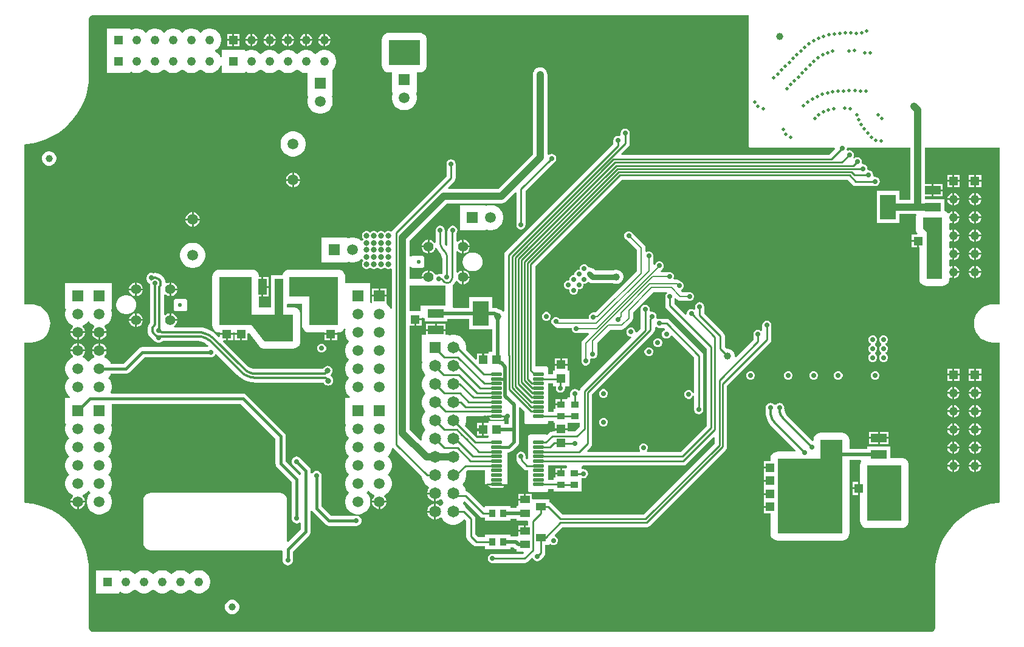
<source format=gbl>
G04*
G04 #@! TF.GenerationSoftware,Altium Limited,Altium Designer,24.5.2 (23)*
G04*
G04 Layer_Physical_Order=4*
G04 Layer_Color=16711680*
%FSLAX25Y25*%
%MOIN*%
G70*
G04*
G04 #@! TF.SameCoordinates,18E33138-F5D1-4808-9D7F-E210CFB707B3*
G04*
G04*
G04 #@! TF.FilePolarity,Positive*
G04*
G01*
G75*
%ADD16C,0.03937*%
%ADD29R,0.05118X0.04724*%
%ADD30R,0.03701X0.04016*%
%ADD31R,0.04016X0.03701*%
%ADD32R,0.04724X0.05118*%
%ADD34R,0.05906X0.05906*%
%ADD95C,0.01320*%
%ADD96C,0.01000*%
%ADD97C,0.01278*%
%ADD98C,0.01968*%
%ADD100C,0.00720*%
%ADD101C,0.01575*%
%ADD102C,0.03150*%
%ADD103C,0.03937*%
%ADD105C,0.05906*%
%ADD106R,0.05906X0.05906*%
%ADD107C,0.02244*%
%ADD108C,0.05512*%
%ADD109R,0.06496X0.06496*%
%ADD110C,0.06496*%
%ADD111R,0.04803X0.04803*%
%ADD112C,0.04803*%
%ADD113R,0.04803X0.04803*%
%ADD114C,0.03150*%
%ADD115C,0.02756*%
%ADD116C,0.02000*%
%ADD117R,0.08661X0.04724*%
%ADD118R,0.08661X0.13780*%
G04:AMPARAMS|DCode=119|XSize=59.06mil|YSize=17.72mil|CornerRadius=1.97mil|HoleSize=0mil|Usage=FLASHONLY|Rotation=180.000|XOffset=0mil|YOffset=0mil|HoleType=Round|Shape=RoundedRectangle|*
%AMROUNDEDRECTD119*
21,1,0.05906,0.01378,0,0,180.0*
21,1,0.05512,0.01772,0,0,180.0*
1,1,0.00394,-0.02756,0.00689*
1,1,0.00394,0.02756,0.00689*
1,1,0.00394,0.02756,-0.00689*
1,1,0.00394,-0.02756,-0.00689*
%
%ADD119ROUNDEDRECTD119*%
%ADD120R,0.05512X0.03937*%
%ADD121R,0.04724X0.08661*%
%ADD122R,0.13780X0.08661*%
%ADD123C,0.01772*%
%ADD124C,0.04724*%
G36*
X39370Y340312D02*
X399571D01*
Y268701D01*
X399649Y268311D01*
X399870Y267980D01*
X400200Y267759D01*
X400591Y267681D01*
X446637D01*
X446905Y267035D01*
X443691Y263820D01*
X329865D01*
X329597Y264467D01*
X333473Y268342D01*
X334018Y269159D01*
X334210Y270122D01*
Y275590D01*
X334018Y276554D01*
X333473Y277370D01*
X332656Y277916D01*
X331693Y278107D01*
X330730Y277916D01*
X329913Y277370D01*
X329368Y276554D01*
X329176Y275590D01*
Y274451D01*
X328476Y274027D01*
X327756Y274170D01*
X326793Y273979D01*
X325976Y273433D01*
X325925Y273382D01*
X325380Y272566D01*
X325188Y271603D01*
Y269692D01*
X272335Y216839D01*
X272112Y216505D01*
X266185Y210579D01*
X265640Y209762D01*
X265448Y208799D01*
Y178118D01*
X264748Y177828D01*
X264228Y178347D01*
X263331Y178866D01*
X262329Y179134D01*
X262008D01*
X261725Y179351D01*
X261007Y179648D01*
X260236Y179750D01*
X258661D01*
Y185630D01*
X246063D01*
Y179750D01*
X237663D01*
X237153Y180450D01*
X237239Y181102D01*
Y191929D01*
X237171Y192444D01*
X237694Y192845D01*
X238551Y193962D01*
X238790Y194538D01*
X239568Y194589D01*
X239736Y194298D01*
X240436Y193599D01*
X241292Y193104D01*
X242242Y192850D01*
Y196604D01*
Y200359D01*
X241292Y200104D01*
X240436Y199610D01*
X239966Y199140D01*
X239266Y199430D01*
Y210708D01*
X239966Y210998D01*
X240436Y210528D01*
X241292Y210034D01*
X242242Y209779D01*
Y213533D01*
Y217288D01*
X241292Y217034D01*
X240436Y216539D01*
X239966Y216069D01*
X239266Y216359D01*
Y221083D01*
X239530Y221478D01*
X239722Y222441D01*
X239530Y223404D01*
X238984Y224221D01*
X238168Y224766D01*
X237205Y224958D01*
X236242Y224766D01*
X235425Y224221D01*
X235435Y224211D01*
X234790Y223370D01*
X234384Y222392D01*
X234273Y221544D01*
X234232Y221341D01*
Y214085D01*
X233532Y213827D01*
X233142Y214283D01*
X233079Y214378D01*
X233047Y214399D01*
X232882Y214646D01*
X232824Y214937D01*
X232832Y214975D01*
Y222441D01*
X232640Y223404D01*
X232095Y224221D01*
X231278Y224766D01*
X230315Y224958D01*
X229352Y224766D01*
X228535Y224221D01*
X227990Y223404D01*
X227798Y222441D01*
Y215597D01*
X227098Y215409D01*
X226850Y215840D01*
X226150Y216539D01*
X225294Y217034D01*
X224344Y217288D01*
Y213533D01*
Y209779D01*
X225294Y210034D01*
X226150Y210528D01*
X226850Y211227D01*
X227344Y212084D01*
X227525Y212758D01*
X228253Y212770D01*
X228264Y212733D01*
X228805Y211721D01*
X229406Y210989D01*
X229520Y210819D01*
X229602Y210764D01*
X230327Y209880D01*
X230911Y208787D01*
X231271Y207600D01*
X231383Y206463D01*
X231364Y206366D01*
Y198588D01*
X231114Y198383D01*
X229331D01*
X228367Y198191D01*
X228083Y198001D01*
X227845Y198018D01*
X227221Y198267D01*
X226850Y198911D01*
X226150Y199610D01*
X225294Y200104D01*
X224344Y200359D01*
Y196604D01*
X223844D01*
Y196104D01*
X220084D01*
X219927Y195900D01*
X213617D01*
Y202284D01*
X213773Y202343D01*
X214317Y202400D01*
X214459Y202187D01*
X214790Y201967D01*
X215180Y201889D01*
X220479D01*
X220869Y201967D01*
X221200Y202187D01*
X221421Y202518D01*
X221499Y202908D01*
Y207452D01*
X221421Y207842D01*
X221200Y208173D01*
X220869Y208394D01*
X220479Y208471D01*
X215180D01*
X214790Y208394D01*
X214459Y208173D01*
X214317Y207960D01*
X213773Y208017D01*
X213617Y208076D01*
Y216859D01*
X233928Y237171D01*
X263779D01*
X264807Y237306D01*
X265765Y237703D01*
X266587Y238334D01*
X271443Y243189D01*
X272089Y242921D01*
Y225394D01*
X272281Y224430D01*
X272827Y223614D01*
X273643Y223068D01*
X274606Y222877D01*
X275570Y223068D01*
X276386Y223614D01*
X276932Y224430D01*
X277123Y225394D01*
Y244036D01*
X293118Y260031D01*
X293664Y260848D01*
X293855Y261811D01*
X293664Y262774D01*
X293118Y263591D01*
X292302Y264136D01*
X291339Y264328D01*
X290375Y264136D01*
X289792Y263747D01*
X289092Y264056D01*
Y284334D01*
Y307821D01*
X288957Y308849D01*
X288560Y309807D01*
X287929Y310629D01*
X287107Y311260D01*
X286149Y311657D01*
X285121Y311792D01*
X284093Y311657D01*
X283136Y311260D01*
X282313Y310629D01*
X281682Y309807D01*
X281286Y308849D01*
X281150Y307821D01*
Y284334D01*
Y264128D01*
X262135Y245113D01*
X234823D01*
X234555Y245759D01*
X238000Y249205D01*
X238546Y250021D01*
X238737Y250984D01*
Y258858D01*
X238546Y259821D01*
X238000Y260638D01*
X237184Y261184D01*
X236221Y261375D01*
X235257Y261184D01*
X234441Y260638D01*
X233895Y259821D01*
X233704Y258858D01*
Y252027D01*
X204520Y222843D01*
X203974Y222026D01*
X203956Y221935D01*
X203733Y221793D01*
X203185Y221646D01*
X202765Y221887D01*
X202111Y222063D01*
X201433D01*
X200778Y221887D01*
X200191Y221549D01*
X199803Y221161D01*
X199416Y221549D01*
X198828Y221887D01*
X198174Y222063D01*
X197496D01*
X196841Y221887D01*
X196254Y221549D01*
X195866Y221161D01*
X195479Y221549D01*
X194892Y221887D01*
X194237Y222063D01*
X193559D01*
X192904Y221887D01*
X192317Y221549D01*
X191929Y221161D01*
X191542Y221549D01*
X190954Y221887D01*
X190300Y222063D01*
X189622D01*
X188967Y221887D01*
X188380Y221549D01*
X187900Y221069D01*
X187561Y220482D01*
X187386Y219827D01*
Y219149D01*
X187561Y218494D01*
X187900Y217907D01*
X188288Y217520D01*
X187900Y217132D01*
X187710Y216803D01*
X186917Y216606D01*
X186557Y216966D01*
X185429Y217720D01*
X184175Y218239D01*
X182844Y218504D01*
X181487D01*
X180156Y218239D01*
X179637Y218024D01*
X179055Y218413D01*
Y218504D01*
X165276D01*
Y204724D01*
X179055D01*
Y204815D01*
X179637Y205204D01*
X180156Y204989D01*
X181487Y204724D01*
X182844D01*
X184175Y204989D01*
X185429Y205508D01*
X186557Y206262D01*
X186917Y206622D01*
X187710Y206425D01*
X187900Y206096D01*
X188288Y205709D01*
X187900Y205321D01*
X187561Y204734D01*
X187386Y204079D01*
Y203401D01*
X187561Y202746D01*
X187900Y202159D01*
X188380Y201680D01*
X188967Y201341D01*
X189622Y201165D01*
X190300D01*
X190954Y201341D01*
X191542Y201680D01*
X191929Y202067D01*
X192317Y201680D01*
X192904Y201341D01*
X193559Y201165D01*
X194237D01*
X194892Y201341D01*
X195479Y201680D01*
X195866Y202067D01*
X196254Y201680D01*
X196841Y201341D01*
X197496Y201165D01*
X198174D01*
X198828Y201341D01*
X199416Y201680D01*
X199803Y202067D01*
X200191Y201680D01*
X200778Y201341D01*
X201433Y201165D01*
X202111D01*
X202765Y201341D01*
X203082Y201524D01*
X203782Y201178D01*
Y179515D01*
X203082Y179376D01*
X202956Y179681D01*
X202202Y180809D01*
X201242Y181769D01*
X201085Y181874D01*
X200803Y182465D01*
X200803D01*
X200803Y182465D01*
Y185917D01*
X196850D01*
X192898D01*
Y182515D01*
X192808Y182394D01*
X192629Y182254D01*
X191929Y182595D01*
Y193307D01*
X178184D01*
Y196850D01*
X178048Y197878D01*
X177652Y198836D01*
X177021Y199658D01*
X176198Y200289D01*
X175240Y200686D01*
X174213Y200821D01*
X147638D01*
X146610Y200686D01*
X145652Y200289D01*
X144830Y199658D01*
X144199Y198836D01*
X143802Y197878D01*
X143771Y197638D01*
X137402D01*
Y191622D01*
X137364Y191339D01*
Y180152D01*
X133858D01*
X133858Y180152D01*
X130939Y180152D01*
Y186008D01*
X132177D01*
Y191339D01*
Y196669D01*
X131564D01*
X130939Y196850D01*
X130804Y197878D01*
X130408Y198836D01*
X129776Y199658D01*
X128954Y200289D01*
X127996Y200686D01*
X126969Y200821D01*
X109252Y200821D01*
X108224Y200686D01*
X107266Y200289D01*
X106444Y199658D01*
X105813Y198836D01*
X105416Y197878D01*
X105281Y196850D01*
Y170276D01*
X105416Y169248D01*
X105813Y168290D01*
X106444Y167468D01*
X107266Y166837D01*
X108224Y166440D01*
X109252Y166305D01*
X109630D01*
Y166051D01*
X113189D01*
X116748D01*
Y166305D01*
X117504D01*
Y166051D01*
X121063D01*
Y165551D01*
X121563D01*
Y162189D01*
X124622D01*
Y165684D01*
X125322Y165924D01*
X130724Y158979D01*
X130900Y158806D01*
X131050Y158609D01*
X131267Y158443D01*
X131462Y158251D01*
X131676Y158129D01*
X131873Y157978D01*
X132125Y157874D01*
X132363Y157739D01*
X132602Y157676D01*
X132831Y157582D01*
X133101Y157546D01*
X133366Y157477D01*
X133613Y157479D01*
X133858Y157446D01*
X149606D01*
X150634Y157582D01*
X151592Y157978D01*
X152414Y158609D01*
X153045Y159432D01*
X153442Y160390D01*
X153577Y161417D01*
Y176181D01*
X153442Y177209D01*
X153045Y178167D01*
X152414Y178989D01*
X151592Y179620D01*
X150634Y180017D01*
X149606Y180152D01*
X146100D01*
Y181735D01*
X146800Y182163D01*
X147638Y182053D01*
X154494D01*
Y170276D01*
X154629Y169248D01*
X155026Y168290D01*
X155657Y167468D01*
X156479Y166837D01*
X157437Y166440D01*
X158465Y166305D01*
X166717D01*
Y166051D01*
X170276D01*
X173835D01*
Y166305D01*
X174213D01*
X175240Y166440D01*
X176198Y166837D01*
X177021Y167468D01*
X177652Y168290D01*
X177694Y168392D01*
X178367Y168187D01*
X178150Y167096D01*
Y165739D01*
X178414Y164408D01*
X178934Y163154D01*
X179688Y162025D01*
X180296Y161417D01*
X179688Y160809D01*
X178934Y159681D01*
X178414Y158427D01*
X178150Y157096D01*
Y155739D01*
X178414Y154408D01*
X178934Y153154D01*
X179688Y152025D01*
X180296Y151417D01*
X179688Y150809D01*
X178934Y149681D01*
X178414Y148427D01*
X178150Y147096D01*
Y145739D01*
X178414Y144408D01*
X178934Y143154D01*
X179688Y142025D01*
X180296Y141417D01*
X179688Y140809D01*
X178934Y139681D01*
X178414Y138427D01*
X178150Y137096D01*
Y135739D01*
X178414Y134408D01*
X178934Y133154D01*
X179688Y132025D01*
X180647Y131066D01*
X180768Y130985D01*
X180565Y130315D01*
X178150D01*
Y116535D01*
X178240D01*
X178629Y115953D01*
X178414Y115435D01*
X178150Y114104D01*
Y112747D01*
X178414Y111416D01*
X178934Y110162D01*
X179688Y109033D01*
X180296Y108425D01*
X179688Y107817D01*
X178934Y106689D01*
X178414Y105435D01*
X178150Y104104D01*
Y102747D01*
X178414Y101416D01*
X178934Y100162D01*
X179688Y99033D01*
X180296Y98425D01*
X179688Y97817D01*
X178934Y96689D01*
X178414Y95435D01*
X178150Y94104D01*
Y92747D01*
X178414Y91416D01*
X178934Y90162D01*
X179688Y89033D01*
X180296Y88425D01*
X179688Y87817D01*
X178934Y86689D01*
X178414Y85435D01*
X178150Y84104D01*
Y82747D01*
X178414Y81415D01*
X178934Y80162D01*
X179688Y79033D01*
X180296Y78425D01*
X179688Y77817D01*
X178934Y76689D01*
X178414Y75435D01*
X178150Y74104D01*
Y72747D01*
X178414Y71416D01*
X178934Y70162D01*
X179688Y69033D01*
X180647Y68074D01*
X181776Y67320D01*
X183030Y66800D01*
X184361Y66535D01*
X185718D01*
X187049Y66800D01*
X188303Y67320D01*
X189431Y68074D01*
X190391Y69033D01*
X191145Y70162D01*
X191664Y71416D01*
X191929Y72747D01*
Y74104D01*
X191664Y75435D01*
X191145Y76689D01*
X190391Y77817D01*
X189783Y78425D01*
X190391Y79033D01*
X190595Y79338D01*
X191295D01*
X191499Y79033D01*
X192458Y78074D01*
X193587Y77320D01*
X194043Y77131D01*
X194160Y76325D01*
X193687Y75852D01*
X193167Y74951D01*
X192898Y73946D01*
Y73925D01*
X196850D01*
X200803D01*
Y73946D01*
X200534Y74951D01*
X200013Y75852D01*
X199541Y76325D01*
X199658Y77131D01*
X200114Y77320D01*
X201242Y78074D01*
X202202Y79033D01*
X202956Y80162D01*
X203475Y81415D01*
X203740Y82747D01*
Y84104D01*
X203475Y85435D01*
X202956Y86689D01*
X202202Y87817D01*
X201594Y88425D01*
X202202Y89033D01*
X202956Y90162D01*
X203475Y91416D01*
X203740Y92747D01*
Y94104D01*
X203475Y95435D01*
X202956Y96689D01*
X202202Y97817D01*
X201594Y98425D01*
X202202Y99033D01*
X202956Y100162D01*
X203475Y101416D01*
X203740Y102747D01*
Y102890D01*
X204440Y103102D01*
X204520Y102984D01*
X220177Y87326D01*
Y87284D01*
X220453Y85896D01*
X220995Y84589D01*
X221781Y83412D01*
X222782Y82411D01*
X223959Y81625D01*
X224104Y81565D01*
X224241Y80878D01*
X223963Y80601D01*
X223404Y79632D01*
X223114Y78551D01*
Y78492D01*
X227362D01*
Y77992D01*
X227862D01*
Y73744D01*
X227922D01*
X229002Y74034D01*
X229971Y74593D01*
X230248Y74871D01*
X230935Y74734D01*
X230995Y74589D01*
X231781Y73412D01*
X232201Y72992D01*
X231781Y72572D01*
X230995Y71395D01*
X230935Y71250D01*
X230248Y71114D01*
X229971Y71391D01*
X229002Y71951D01*
X227922Y72240D01*
X227862D01*
Y67992D01*
Y63744D01*
X227922D01*
X229002Y64034D01*
X229971Y64593D01*
X230248Y64871D01*
X230935Y64734D01*
X230995Y64589D01*
X231781Y63412D01*
X232782Y62411D01*
X233959Y61625D01*
X235266Y61083D01*
X236654Y60807D01*
X238070D01*
X239458Y61083D01*
X240766Y61625D01*
X241942Y62411D01*
X242943Y63412D01*
X243081Y63618D01*
X243778Y63687D01*
X244530Y62934D01*
Y54397D01*
X244722Y53433D01*
X245268Y52617D01*
X248220Y49664D01*
X249037Y49119D01*
X250000Y48927D01*
X254882D01*
Y47467D01*
X268740D01*
Y48441D01*
X270420D01*
X270921Y47940D01*
X270921Y47940D01*
X271538Y47466D01*
X272047Y47256D01*
Y46109D01*
X275836D01*
X276104Y45462D01*
X275482Y44840D01*
X258858D01*
X257895Y44648D01*
X257079Y44102D01*
X256533Y43286D01*
X256341Y42323D01*
X256533Y41360D01*
X257079Y40543D01*
X257895Y39998D01*
X258858Y39806D01*
X276524D01*
X277487Y39998D01*
X278304Y40543D01*
X280443Y42682D01*
X281113Y42479D01*
X281139Y42344D01*
X281685Y41527D01*
X282501Y40982D01*
X283465Y40790D01*
X284428Y40982D01*
X285244Y41527D01*
X287213Y43496D01*
X287758Y44312D01*
X287950Y45276D01*
Y49849D01*
X290158D01*
Y49978D01*
X290858Y50268D01*
X290976Y50149D01*
X291850Y49787D01*
X292796D01*
X293670Y50149D01*
X294339Y50818D01*
X294701Y51692D01*
Y52638D01*
X294339Y53512D01*
X293670Y54181D01*
X293184Y54383D01*
X293001Y55190D01*
X297302Y59491D01*
X343408D01*
X344371Y59683D01*
X345188Y60228D01*
X386819Y101859D01*
X387365Y102676D01*
X387556Y103639D01*
Y136950D01*
X411229Y160622D01*
X411774Y161438D01*
X411966Y162402D01*
X411966Y162402D01*
Y170276D01*
X411774Y171239D01*
X411229Y172055D01*
X410412Y172601D01*
X409449Y172792D01*
X408486Y172601D01*
X407669Y172055D01*
X407124Y171239D01*
X406932Y170276D01*
Y167459D01*
X406570Y167271D01*
X406232Y167184D01*
X405491Y167680D01*
X404528Y167871D01*
X403564Y167680D01*
X402748Y167134D01*
X402202Y166317D01*
X402011Y165354D01*
Y162460D01*
X392407Y152856D01*
X392095Y152934D01*
X391732Y153171D01*
Y154062D01*
X391464Y155063D01*
X390946Y155961D01*
X390213Y156694D01*
X389315Y157212D01*
X388314Y157480D01*
X387418D01*
X386375Y158523D01*
Y164370D01*
X386184Y165333D01*
X385638Y166150D01*
X375109Y176679D01*
Y180412D01*
X374917Y181375D01*
X374371Y182191D01*
X373555Y182737D01*
X372592Y182929D01*
X371628Y182737D01*
X370812Y182191D01*
X370266Y181375D01*
X370075Y180412D01*
Y179146D01*
X369375Y178772D01*
X368989Y179029D01*
X368026Y179221D01*
X367063Y179029D01*
X366247Y178483D01*
X365701Y177667D01*
X365510Y176704D01*
X365575Y176376D01*
X364930Y176031D01*
X358816Y182145D01*
Y184943D01*
X359463Y185211D01*
X360300Y184374D01*
X360300Y184374D01*
X361070Y183859D01*
X361979Y183678D01*
X366673D01*
X366682Y183675D01*
X367628D01*
X368502Y184037D01*
X369171Y184706D01*
X369533Y185580D01*
Y186526D01*
X369171Y187400D01*
X368502Y188068D01*
X367628Y188431D01*
X366682D01*
X366673Y188427D01*
X362962D01*
X362378Y189011D01*
X362543Y189837D01*
X362790Y189939D01*
X363459Y190608D01*
X363821Y191482D01*
Y192428D01*
X363459Y193302D01*
X362790Y193971D01*
X361960Y194315D01*
X361683Y194592D01*
X360912Y195107D01*
X360004Y195288D01*
X358601D01*
X358258Y195988D01*
X358528Y196642D01*
Y197588D01*
X358167Y198462D01*
X357498Y199131D01*
X356624Y199493D01*
X355678D01*
X355669Y199489D01*
X351399D01*
X351132Y200136D01*
X352150Y201154D01*
X352150Y201154D01*
X352471Y201635D01*
X352487Y201651D01*
X352495Y201671D01*
X352664Y201924D01*
X352724Y202223D01*
X352849Y202525D01*
Y203471D01*
X352487Y204345D01*
X351818Y205014D01*
X350944Y205376D01*
X349998D01*
X349124Y205014D01*
X348455Y204345D01*
X348335Y204055D01*
X347774Y203494D01*
X347127Y203762D01*
Y207769D01*
X347131Y207778D01*
Y208723D01*
X346769Y209597D01*
X346100Y210266D01*
X345226Y210628D01*
X344280D01*
X343625Y210357D01*
X342926Y210701D01*
Y212598D01*
X342745Y213507D01*
X342230Y214277D01*
X335681Y220826D01*
X335677Y220835D01*
X335008Y221504D01*
X334134Y221866D01*
X333188D01*
X332314Y221504D01*
X331645Y220835D01*
X331283Y219961D01*
Y219015D01*
X331645Y218141D01*
X332314Y217472D01*
X332323Y217469D01*
X338177Y211615D01*
Y199836D01*
X315648Y177307D01*
X314303D01*
X314303Y177307D01*
X313394Y177126D01*
X313111Y176937D01*
X312826Y176819D01*
X312157Y176150D01*
X311795Y175276D01*
Y174330D01*
X311842Y174216D01*
X311454Y173634D01*
X295713D01*
X295703Y173658D01*
X295034Y174327D01*
X294160Y174689D01*
X293214D01*
X292340Y174327D01*
X291671Y173658D01*
X291309Y172784D01*
Y172316D01*
X291298Y172258D01*
X291309Y172200D01*
Y171838D01*
X291448Y171503D01*
X291478Y171350D01*
X291565Y171220D01*
X291671Y170964D01*
X291867Y170768D01*
X291993Y170579D01*
X292991Y169581D01*
X292991Y169581D01*
X293761Y169066D01*
X294670Y168886D01*
X294670Y168886D01*
X302346D01*
Y168031D01*
X302709Y167157D01*
X303377Y166488D01*
X304251Y166126D01*
X305197D01*
X305206Y166130D01*
X311505D01*
X311773Y165483D01*
X308361Y162071D01*
X307846Y161300D01*
X307665Y160392D01*
Y151072D01*
X307661Y151064D01*
Y150118D01*
X308024Y149244D01*
X308692Y148575D01*
X309566Y148213D01*
X310512D01*
X311386Y148575D01*
X312055Y149244D01*
X312417Y150118D01*
Y151064D01*
X312414Y151072D01*
Y151843D01*
X313114Y152311D01*
X313503Y152150D01*
X314449D01*
X315323Y152512D01*
X315992Y153181D01*
X316354Y154055D01*
Y155001D01*
X316351Y155009D01*
Y160631D01*
X323621Y167901D01*
X329724D01*
X330633Y168082D01*
X331403Y168597D01*
X335340Y172534D01*
X335855Y173304D01*
X336036Y174213D01*
Y177560D01*
X347046Y188571D01*
X354452D01*
X354664Y187871D01*
X354520Y187774D01*
X353974Y186957D01*
X353782Y185994D01*
Y181102D01*
X353974Y180139D01*
X354520Y179323D01*
X376420Y157422D01*
Y115216D01*
X362048Y100844D01*
X343864D01*
X343575Y101544D01*
X343784Y101753D01*
X344146Y102627D01*
Y103573D01*
X343784Y104447D01*
X343115Y105116D01*
X342241Y105478D01*
X341295D01*
X340421Y105116D01*
X339752Y104447D01*
X339390Y103573D01*
Y102627D01*
X339752Y101753D01*
X339961Y101544D01*
X339671Y100844D01*
X311054D01*
X310786Y101490D01*
X312803Y103507D01*
X313349Y104324D01*
X313541Y105287D01*
Y132379D01*
X347252Y166091D01*
X347798Y166907D01*
X347989Y167870D01*
Y169155D01*
X348352Y169343D01*
X348689Y169430D01*
X349430Y168935D01*
X350394Y168743D01*
X353117D01*
X353568Y168218D01*
X353412Y167548D01*
X352984Y167370D01*
X352315Y166701D01*
X351953Y165827D01*
Y164881D01*
X352315Y164007D01*
X352984Y163338D01*
X353858Y162976D01*
X354804D01*
X355678Y163338D01*
X356347Y164007D01*
X356548Y164493D01*
X357355Y164676D01*
X369530Y152501D01*
Y133096D01*
X368830Y132957D01*
X368551Y133631D01*
X367882Y134299D01*
X367008Y134661D01*
X366062D01*
X365188Y134299D01*
X364520Y133631D01*
X364158Y132756D01*
Y131810D01*
X364520Y130937D01*
X365188Y130268D01*
X366062Y129905D01*
X367008D01*
X367882Y130268D01*
X368551Y130937D01*
X368830Y131610D01*
X369530Y131471D01*
Y124016D01*
X369722Y123053D01*
X370268Y122236D01*
X371084Y121690D01*
X372047Y121499D01*
X373010Y121690D01*
X373827Y122236D01*
X374373Y123053D01*
X374564Y124016D01*
Y153543D01*
X374373Y154507D01*
X373827Y155323D01*
X356110Y173039D01*
X355294Y173585D01*
X354331Y173777D01*
X350394D01*
X349430Y173585D01*
X348836Y174030D01*
X348973Y174722D01*
Y175197D01*
X348782Y176160D01*
X348236Y176977D01*
X347420Y177522D01*
X346457Y177714D01*
X345923Y177608D01*
X345223Y178119D01*
Y178948D01*
X345031Y179911D01*
X344485Y180728D01*
X343669Y181273D01*
X342706Y181465D01*
X341743Y181273D01*
X340926Y180728D01*
X340381Y179911D01*
X340189Y178948D01*
Y168551D01*
X338014Y166376D01*
X337314Y166666D01*
Y167058D01*
X336952Y167932D01*
X336283Y168601D01*
X335409Y168963D01*
X334463D01*
X333589Y168601D01*
X332920Y167932D01*
X332558Y167058D01*
Y166112D01*
X332920Y165238D01*
X333589Y164569D01*
X334463Y164207D01*
X334855D01*
X335144Y163507D01*
X307543Y135906D01*
X306998Y135089D01*
X306875Y134474D01*
X306132Y134327D01*
X305913Y134654D01*
X305097Y135199D01*
X304134Y135391D01*
X303171Y135199D01*
X302354Y134654D01*
X301809Y133837D01*
X301617Y132874D01*
Y130606D01*
X300061D01*
Y130141D01*
X299586Y129638D01*
X297078D01*
Y126787D01*
X296578D01*
Y126287D01*
X293570D01*
Y124386D01*
X292601D01*
Y122891D01*
X289405D01*
Y138330D01*
X292050D01*
Y136793D01*
X293743D01*
Y135827D01*
X293935Y134864D01*
X294480Y134047D01*
X295297Y133502D01*
X296260Y133310D01*
X297223Y133502D01*
X298040Y134047D01*
X298585Y134864D01*
X298777Y135827D01*
Y136793D01*
X301105D01*
Y145455D01*
X300137D01*
Y148104D01*
X293019D01*
Y145455D01*
X292050D01*
Y143363D01*
X289405D01*
Y146653D01*
X289328Y147044D01*
X289107Y147374D01*
X288776Y147596D01*
X288386Y147673D01*
X282466D01*
Y202682D01*
X329897Y250113D01*
X453682D01*
X456365Y247430D01*
X457181Y246884D01*
X458145Y246693D01*
X468955D01*
X469918Y246884D01*
X470735Y247430D01*
X471280Y248247D01*
X471472Y249210D01*
X471280Y250173D01*
X470735Y250990D01*
X469918Y251535D01*
X468955Y251727D01*
X468233D01*
X467681Y252427D01*
X467770Y252876D01*
X467579Y253839D01*
X467033Y254655D01*
X466217Y255201D01*
X465254Y255393D01*
X464977D01*
X464533Y255934D01*
X464585Y256199D01*
X464394Y257162D01*
X463848Y257979D01*
X463032Y258524D01*
X462069Y258716D01*
X461862D01*
X461391Y259416D01*
X461515Y260037D01*
X461323Y261000D01*
X460777Y261817D01*
X459961Y262362D01*
X458998Y262554D01*
X458034Y262362D01*
X457218Y261817D01*
X456691Y262280D01*
X457050Y262816D01*
X457241Y263779D01*
X457050Y264743D01*
X456504Y265559D01*
X455688Y266105D01*
X454724Y266296D01*
X453784Y266109D01*
X453475Y266305D01*
X453219Y266585D01*
X453390Y267443D01*
X453585Y267681D01*
X488155D01*
Y239207D01*
X482283D01*
Y244094D01*
X469685D01*
Y226378D01*
X482283D01*
Y231265D01*
X490989D01*
X491378Y230683D01*
X491243Y230359D01*
X491108Y229331D01*
Y223425D01*
X491243Y222397D01*
X491640Y221440D01*
X492135Y220795D01*
X491883Y220094D01*
X488961D01*
Y217035D01*
X492323D01*
Y216535D01*
X492823D01*
Y212976D01*
X493076D01*
Y195866D01*
X493212Y194838D01*
X493608Y193881D01*
X494239Y193058D01*
X495062Y192427D01*
X496020Y192031D01*
X497047Y191895D01*
X505556D01*
X506584Y192031D01*
X507541Y192427D01*
X508364Y193058D01*
X508995Y193881D01*
X509391Y194838D01*
X509527Y195866D01*
Y195992D01*
X510227Y196396D01*
X510498Y196240D01*
X511311Y196022D01*
Y199409D01*
Y202797D01*
X510498Y202579D01*
X510227Y202423D01*
X509527Y202827D01*
Y205992D01*
X510227Y206396D01*
X510498Y206240D01*
X511311Y206022D01*
Y209409D01*
Y212797D01*
X510498Y212579D01*
X510227Y212423D01*
X509527Y212827D01*
Y215992D01*
X510227Y216396D01*
X510498Y216240D01*
X511311Y216022D01*
Y219409D01*
Y222797D01*
X510498Y222579D01*
X510227Y222423D01*
X509527Y222827D01*
Y225992D01*
X510227Y226396D01*
X510498Y226240D01*
X511311Y226022D01*
Y229410D01*
Y232797D01*
X510498Y232579D01*
X509722Y232131D01*
X509456Y231865D01*
X508553Y231893D01*
X508364Y232139D01*
X507541Y232770D01*
X506693Y233121D01*
Y239567D01*
X496097D01*
Y240929D01*
X499894D01*
Y244291D01*
Y247654D01*
X496097D01*
Y267681D01*
X537162D01*
Y181735D01*
X533465D01*
X533465Y181735D01*
Y181735D01*
X533380Y181719D01*
X531827Y181596D01*
X530231Y181213D01*
X528713Y180585D01*
X527313Y179727D01*
X526064Y178660D01*
X524998Y177411D01*
X524140Y176011D01*
X523511Y174494D01*
X523128Y172897D01*
X522999Y171260D01*
X523128Y169623D01*
X523511Y168026D01*
X524140Y166509D01*
X524998Y165109D01*
X526064Y163860D01*
X527313Y162793D01*
X528713Y161935D01*
X530231Y161307D01*
X531827Y160923D01*
X533380Y160801D01*
X533465Y160784D01*
X537162D01*
Y72948D01*
X536130Y72897D01*
X532429Y72348D01*
X528798Y71439D01*
X525275Y70178D01*
X521892Y68578D01*
X518682Y66654D01*
X515676Y64425D01*
X512903Y61912D01*
X510390Y59139D01*
X508161Y56133D01*
X506237Y52923D01*
X504637Y49540D01*
X503376Y46016D01*
X502467Y42386D01*
X501918Y38685D01*
X501734Y34947D01*
X501755Y34530D01*
X501741Y34461D01*
Y3996D01*
X501729Y3937D01*
X501729D01*
X501625Y3280D01*
X501622Y3265D01*
X501241Y2696D01*
X500672Y2315D01*
X500066Y2195D01*
X500000Y2208D01*
X39370D01*
X39304Y2195D01*
X38698Y2315D01*
X38129Y2696D01*
X37748Y3265D01*
X37745Y3280D01*
X37641Y3937D01*
X37641D01*
X37629Y3996D01*
Y34461D01*
X37615Y34530D01*
X37636Y34947D01*
X37452Y38685D01*
X36903Y42386D01*
X35994Y46016D01*
X34733Y49540D01*
X33133Y52923D01*
X31209Y56133D01*
X28980Y59139D01*
X26467Y61912D01*
X23694Y64425D01*
X20688Y66654D01*
X17478Y68578D01*
X14095Y70178D01*
X10572Y71439D01*
X6942Y72348D01*
X3240Y72897D01*
X2208Y72948D01*
Y160784D01*
X5906D01*
X5906Y160784D01*
Y160784D01*
X5990Y160801D01*
X7543Y160923D01*
X9139Y161307D01*
X10657Y161935D01*
X12057Y162793D01*
X13306Y163860D01*
X14372Y165109D01*
X15230Y166509D01*
X15859Y168026D01*
X16242Y169623D01*
X16371Y171260D01*
X16242Y172897D01*
X15859Y174494D01*
X15230Y176011D01*
X14372Y177411D01*
X13306Y178660D01*
X12057Y179727D01*
X10657Y180585D01*
X9139Y181213D01*
X7543Y181596D01*
X5990Y181719D01*
X5906Y181735D01*
X2196D01*
Y269571D01*
X3240Y269623D01*
X6942Y270172D01*
X10572Y271081D01*
X14095Y272342D01*
X17478Y273942D01*
X20688Y275866D01*
X23694Y278095D01*
X26467Y280608D01*
X28980Y283381D01*
X31209Y286387D01*
X33133Y289597D01*
X34733Y292980D01*
X35994Y296503D01*
X36903Y300133D01*
X37452Y303835D01*
X37636Y307573D01*
X37615Y307990D01*
X37629Y308059D01*
Y338523D01*
X37641Y338583D01*
X37641D01*
X37745Y339239D01*
X37748Y339254D01*
X38129Y339824D01*
X38698Y340205D01*
X39304Y340325D01*
X39370Y340312D01*
D02*
G37*
G36*
X505556Y195866D02*
X497047D01*
Y221457D01*
X495079Y223425D01*
Y229331D01*
X505556D01*
Y195866D01*
D02*
G37*
G36*
X233268Y181102D02*
X219488D01*
Y178150D01*
X213583D01*
Y181102D01*
Y191929D01*
X233268D01*
Y181102D01*
D02*
G37*
G36*
X174213Y186024D02*
Y170276D01*
X158465D01*
Y186024D01*
X147638D01*
Y196850D01*
X174213D01*
Y186024D01*
D02*
G37*
G36*
X126969Y176181D02*
X133858Y176181D01*
Y176181D01*
X149606D01*
Y161417D01*
X133858D01*
X126969Y170276D01*
X109252D01*
Y196850D01*
X126969Y196850D01*
Y176181D01*
D02*
G37*
G36*
X221654Y174028D02*
Y172441D01*
X234252D01*
Y173793D01*
X246063D01*
Y167913D01*
X258661D01*
X258833Y167284D01*
Y155804D01*
X256949D01*
Y154836D01*
X254299D01*
Y151277D01*
X253299D01*
Y154836D01*
X250437D01*
Y151661D01*
X249790Y151393D01*
X244440Y156744D01*
X244547Y157284D01*
Y158700D01*
X244271Y160088D01*
X243729Y161396D01*
X242943Y162572D01*
X241942Y163573D01*
X240766Y164359D01*
X239458Y164901D01*
X238070Y165177D01*
X236654D01*
X235266Y164901D01*
X235078Y164823D01*
X234547Y165177D01*
Y165177D01*
X233283D01*
Y167217D01*
X227953D01*
X222622D01*
Y165177D01*
X220177D01*
Y150807D01*
X220177D01*
X220532Y150277D01*
X220453Y150088D01*
X220177Y148700D01*
Y147284D01*
X220453Y145896D01*
X220995Y144589D01*
X221781Y143412D01*
X222201Y142992D01*
X221781Y142572D01*
X220995Y141395D01*
X220453Y140088D01*
X220177Y138700D01*
Y137285D01*
X220453Y135896D01*
X220995Y134589D01*
X221781Y133412D01*
X222201Y132992D01*
X221781Y132572D01*
X220995Y131395D01*
X220453Y130088D01*
X220177Y128700D01*
Y127285D01*
X220453Y125896D01*
X220995Y124589D01*
X221781Y123412D01*
X222201Y122992D01*
X221781Y122572D01*
X220995Y121396D01*
X220453Y120088D01*
X220177Y118700D01*
Y117285D01*
X220453Y115896D01*
X220995Y114589D01*
X221781Y113412D01*
X222201Y112992D01*
X221781Y112572D01*
X220995Y111396D01*
X220453Y110088D01*
X220177Y108700D01*
Y107295D01*
X220051Y107173D01*
X219568Y106914D01*
X213617Y112865D01*
Y170063D01*
X216036D01*
Y173425D01*
X216536D01*
Y173925D01*
X220094D01*
Y174258D01*
X220516Y174314D01*
X220953Y174495D01*
X221654Y174028D01*
D02*
G37*
G36*
X267692Y120554D02*
Y116167D01*
X265610D01*
Y117717D01*
X256949D01*
Y116748D01*
X254299D01*
Y113189D01*
Y109630D01*
X256949D01*
Y108661D01*
X256307Y108521D01*
X250393D01*
X243904Y115010D01*
X244271Y115896D01*
X244547Y117285D01*
Y118700D01*
X244349Y119695D01*
X244844Y120395D01*
X253227D01*
X253334Y120416D01*
X255516D01*
X255906Y120339D01*
X257244D01*
Y119685D01*
X257337Y119218D01*
X257602Y118822D01*
X257998Y118558D01*
X258465Y118465D01*
X263976D01*
X264443Y118558D01*
X264839Y118822D01*
X265104Y119218D01*
X265197Y119685D01*
Y120339D01*
X266184D01*
X266574Y120416D01*
X266905Y120637D01*
X266992Y120767D01*
X267692Y120554D01*
D02*
G37*
G36*
X276539Y123015D02*
Y117126D01*
X276617Y116736D01*
X276838Y116405D01*
X277169Y116184D01*
X277559Y116106D01*
X288386D01*
X288776Y116184D01*
X289107Y116405D01*
X289328Y116736D01*
X289405Y117126D01*
Y117857D01*
X292601D01*
Y116748D01*
X293019Y116677D01*
Y113815D01*
X300137D01*
Y116677D01*
X300807Y116748D01*
X306806D01*
Y114499D01*
X304270Y111963D01*
X300137D01*
Y112815D01*
X293019D01*
Y111963D01*
X291730D01*
X290767Y111772D01*
X289950Y111226D01*
X288861Y110137D01*
X288776Y110194D01*
X288386Y110272D01*
X279528D01*
X279137Y110194D01*
X278807Y109973D01*
X278586Y109642D01*
X278508Y109252D01*
Y97029D01*
X277861Y96761D01*
X277174Y97448D01*
Y98374D01*
X276982Y99338D01*
X276437Y100154D01*
X276386Y100205D01*
X275570Y100751D01*
X274606Y100942D01*
X273643Y100751D01*
X272827Y100205D01*
X272281Y99388D01*
X272089Y98425D01*
X272140Y98170D01*
Y96406D01*
X272332Y95443D01*
X272877Y94626D01*
X276075Y91429D01*
X276891Y90883D01*
X277854Y90692D01*
X278508D01*
Y79724D01*
X278586Y79334D01*
X278807Y79003D01*
X279137Y78782D01*
X279528Y78705D01*
X288386D01*
X288776Y78782D01*
X289107Y79003D01*
X289328Y79334D01*
X289405Y79724D01*
Y80456D01*
X292601D01*
Y78979D01*
X307805D01*
Y85199D01*
Y86362D01*
X308846D01*
X309809Y86554D01*
X310626Y87099D01*
X311171Y87916D01*
X311363Y88879D01*
X311171Y89842D01*
X310626Y90659D01*
X309809Y91204D01*
X308846Y91396D01*
X307805D01*
Y92837D01*
X308333Y93251D01*
X363484D01*
X364447Y93442D01*
X365264Y93988D01*
X380175Y108899D01*
X380822Y108631D01*
Y105386D01*
X341929Y66493D01*
X297302D01*
X291150Y72646D01*
X290333Y73191D01*
X290158Y73226D01*
Y74803D01*
X281228D01*
X280709Y74803D01*
X280527Y75428D01*
Y77575D01*
X277272D01*
Y74606D01*
X276772D01*
Y74106D01*
X273016D01*
Y71763D01*
X273016Y71638D01*
X272713Y71063D01*
X272047D01*
Y70125D01*
X268740D01*
Y71143D01*
X254882D01*
Y70534D01*
X254182Y70244D01*
X245874Y78551D01*
X245058Y79097D01*
X244444Y79219D01*
X244271Y80088D01*
X243729Y81396D01*
X242943Y82572D01*
X242523Y82992D01*
X242943Y83412D01*
X243729Y84589D01*
X244271Y85896D01*
X244547Y87284D01*
Y88700D01*
X244331Y89785D01*
X245238Y90692D01*
X254886D01*
Y82973D01*
X254963Y82582D01*
X255185Y82252D01*
X255515Y82030D01*
X255906Y81953D01*
X257310D01*
X257337Y81817D01*
X257602Y81421D01*
X257998Y81156D01*
X258465Y81063D01*
X263976D01*
X264443Y81156D01*
X264839Y81421D01*
X265104Y81817D01*
X265131Y81953D01*
X266184D01*
X266574Y82030D01*
X266905Y82252D01*
X267126Y82582D01*
X267204Y82973D01*
Y100348D01*
X267815Y100566D01*
X268560Y100664D01*
X269254Y100952D01*
X269851Y101409D01*
X272172Y103731D01*
X272776Y104194D01*
X273249Y104811D01*
X273547Y105529D01*
X273648Y106300D01*
Y124992D01*
X274295Y125260D01*
X276539Y123015D01*
D02*
G37*
G36*
X299852Y92837D02*
Y92458D01*
X299586Y91868D01*
X297078D01*
Y89018D01*
X296578D01*
Y88518D01*
X293570D01*
Y86616D01*
X292601D01*
Y85489D01*
X289405D01*
Y93251D01*
X299324D01*
X299852Y92837D01*
D02*
G37*
G36*
X251920Y65387D02*
X252736Y64842D01*
X253699Y64650D01*
X254882D01*
Y63191D01*
X268740D01*
Y64168D01*
X272047D01*
Y63189D01*
X278140D01*
X278585Y62648D01*
X278572Y62585D01*
Y60495D01*
X277272D01*
Y57526D01*
X276772D01*
Y57026D01*
X273016D01*
Y54809D01*
X272425Y54297D01*
X272424Y54296D01*
X271654Y54398D01*
X268740D01*
Y55420D01*
X254882D01*
Y53961D01*
X251043D01*
X249564Y55439D01*
Y63976D01*
X249373Y64939D01*
X248827Y65756D01*
X244811Y69772D01*
X244246Y70150D01*
X243729Y71395D01*
X242943Y72572D01*
X242776Y72740D01*
X243027Y73478D01*
X243091Y73531D01*
X243714Y73592D01*
X251920Y65387D01*
D02*
G37*
%LPC*%
G36*
X104365Y333110D02*
X103116D01*
X101891Y332867D01*
X100738Y332389D01*
X99699Y331695D01*
X99222Y331217D01*
X98740Y330868D01*
X98259Y331217D01*
X97781Y331695D01*
X96743Y332389D01*
X95589Y332867D01*
X94365Y333110D01*
X93116D01*
X91891Y332867D01*
X90738Y332389D01*
X89700Y331695D01*
X89222Y331217D01*
X88740Y330868D01*
X88259Y331217D01*
X87781Y331695D01*
X86743Y332389D01*
X85589Y332867D01*
X84364Y333110D01*
X83116D01*
X81891Y332867D01*
X80738Y332389D01*
X79699Y331695D01*
X79222Y331217D01*
X78740Y330868D01*
X78259Y331217D01*
X77781Y331695D01*
X76743Y332389D01*
X75589Y332867D01*
X74365Y333110D01*
X73116D01*
X71891Y332867D01*
X70738Y332389D01*
X69700Y331695D01*
X69222Y331217D01*
X68740Y330868D01*
X68259Y331217D01*
X67781Y331695D01*
X66743Y332389D01*
X65589Y332867D01*
X64364Y333110D01*
X63116D01*
X61891Y332867D01*
X60738Y332389D01*
X60696Y332361D01*
X60079Y332691D01*
Y333110D01*
X47402D01*
Y320433D01*
Y308622D01*
X60079D01*
Y309041D01*
X60696Y309371D01*
X60738Y309344D01*
X61891Y308866D01*
X63116Y308622D01*
X64364D01*
X65589Y308866D01*
X66743Y309344D01*
X67781Y310037D01*
X68259Y310515D01*
X68740Y310864D01*
X69222Y310515D01*
X69700Y310037D01*
X70738Y309344D01*
X71891Y308866D01*
X73116Y308622D01*
X74365D01*
X75589Y308866D01*
X76743Y309344D01*
X77781Y310037D01*
X78259Y310515D01*
X78740Y310864D01*
X79222Y310515D01*
X79699Y310037D01*
X80738Y309344D01*
X81891Y308866D01*
X83116Y308622D01*
X84364D01*
X85589Y308866D01*
X86743Y309344D01*
X87781Y310037D01*
X88259Y310515D01*
X88740Y310864D01*
X89222Y310515D01*
X89700Y310037D01*
X90738Y309344D01*
X91891Y308866D01*
X93116Y308622D01*
X94365D01*
X95589Y308866D01*
X96743Y309344D01*
X97781Y310037D01*
X98259Y310515D01*
X98740Y310864D01*
X99222Y310515D01*
X99699Y310037D01*
X100738Y309344D01*
X101891Y308866D01*
X103116Y308622D01*
X104365D01*
X105589Y308866D01*
X106743Y309344D01*
X107781Y310037D01*
X108664Y310920D01*
X109357Y311958D01*
X109694Y312770D01*
X110394Y312631D01*
Y308622D01*
X123071D01*
Y309041D01*
X123688Y309371D01*
X123730Y309344D01*
X124883Y308866D01*
X126108Y308622D01*
X127357D01*
X128581Y308866D01*
X129735Y309344D01*
X130773Y310037D01*
X131251Y310515D01*
X131732Y310864D01*
X132214Y310515D01*
X132692Y310037D01*
X133730Y309344D01*
X134883Y308866D01*
X136108Y308622D01*
X137357D01*
X138581Y308866D01*
X139735Y309344D01*
X140773Y310037D01*
X141251Y310515D01*
X141732Y310864D01*
X142214Y310515D01*
X142692Y310037D01*
X143730Y309344D01*
X144883Y308866D01*
X146108Y308622D01*
X147357D01*
X148581Y308866D01*
X149735Y309344D01*
X150773Y310037D01*
X151251Y310515D01*
X151732Y310864D01*
X152214Y310515D01*
X152692Y310037D01*
X153730Y309344D01*
X154883Y308866D01*
X156108Y308622D01*
X157357D01*
X157480Y308521D01*
Y296339D01*
X157571D01*
X157960Y295757D01*
X157745Y295238D01*
X157480Y293907D01*
Y292550D01*
X157745Y291219D01*
X158265Y289965D01*
X159019Y288836D01*
X159978Y287877D01*
X161107Y287123D01*
X162360Y286603D01*
X163691Y286339D01*
X165049D01*
X166380Y286603D01*
X167634Y287123D01*
X168762Y287877D01*
X169722Y288836D01*
X170476Y289965D01*
X170995Y291219D01*
X171260Y292550D01*
Y293907D01*
X170995Y295238D01*
X170780Y295757D01*
X171169Y296339D01*
X171260D01*
Y310118D01*
X171260D01*
X171141Y310405D01*
X171656Y310920D01*
X172350Y311958D01*
X172827Y313112D01*
X173071Y314336D01*
Y315585D01*
X172827Y316810D01*
X172350Y317963D01*
X171656Y319001D01*
X170773Y319884D01*
X169735Y320578D01*
X168581Y321056D01*
X167357Y321299D01*
X166108D01*
X164883Y321056D01*
X163730Y320578D01*
X162692Y319884D01*
X162214Y319406D01*
X161732Y319057D01*
X161251Y319406D01*
X160773Y319884D01*
X159735Y320578D01*
X158581Y321056D01*
X157357Y321299D01*
X156108D01*
X154883Y321056D01*
X153730Y320578D01*
X152692Y319884D01*
X152214Y319406D01*
X151732Y319057D01*
X151251Y319406D01*
X150773Y319884D01*
X149735Y320578D01*
X148581Y321056D01*
X147357Y321299D01*
X146108D01*
X144883Y321056D01*
X143730Y320578D01*
X142692Y319884D01*
X142214Y319406D01*
X141732Y319057D01*
X141251Y319406D01*
X140773Y319884D01*
X139735Y320578D01*
X138581Y321056D01*
X137357Y321299D01*
X136108D01*
X134883Y321056D01*
X133730Y320578D01*
X132692Y319884D01*
X132214Y319406D01*
X131732Y319057D01*
X131251Y319406D01*
X130773Y319884D01*
X129735Y320578D01*
X128581Y321056D01*
X127357Y321299D01*
X126108D01*
X124883Y321056D01*
X123730Y320578D01*
X123688Y320550D01*
X123071Y320880D01*
Y321299D01*
X110394D01*
Y317290D01*
X109694Y317151D01*
X109357Y317963D01*
X108664Y319001D01*
X107781Y319884D01*
X106910Y320466D01*
X106838Y320762D01*
Y320971D01*
X106910Y321266D01*
X107781Y321848D01*
X108664Y322731D01*
X109357Y323769D01*
X109835Y324923D01*
X110079Y326147D01*
Y327396D01*
X109835Y328621D01*
X109357Y329774D01*
X108664Y330812D01*
X107781Y331695D01*
X106743Y332389D01*
X105589Y332867D01*
X104365Y333110D01*
D02*
G37*
G36*
X127232Y330159D02*
Y327272D01*
X130120D01*
X129902Y328085D01*
X129454Y328860D01*
X128821Y329494D01*
X128045Y329941D01*
X127232Y330159D01*
D02*
G37*
G36*
X147232D02*
Y327272D01*
X150120D01*
X149902Y328085D01*
X149454Y328860D01*
X148821Y329494D01*
X148045Y329941D01*
X147232Y330159D01*
D02*
G37*
G36*
X167232D02*
Y327272D01*
X170120D01*
X169902Y328085D01*
X169454Y328860D01*
X168821Y329494D01*
X168045Y329941D01*
X167232Y330159D01*
D02*
G37*
G36*
X157232D02*
Y327272D01*
X160120D01*
X159902Y328085D01*
X159454Y328860D01*
X158821Y329494D01*
X158045Y329941D01*
X157232Y330159D01*
D02*
G37*
G36*
X120134Y330173D02*
X117232D01*
Y327272D01*
X120134D01*
Y330173D01*
D02*
G37*
G36*
X137232Y330159D02*
Y327272D01*
X140120D01*
X139902Y328085D01*
X139454Y328860D01*
X138821Y329494D01*
X138045Y329941D01*
X137232Y330159D01*
D02*
G37*
G36*
X146232Y330159D02*
X145419Y329941D01*
X144644Y329494D01*
X144010Y328860D01*
X143562Y328085D01*
X143345Y327272D01*
X146232D01*
Y330159D01*
D02*
G37*
G36*
X126232D02*
X125419Y329941D01*
X124644Y329494D01*
X124010Y328860D01*
X123563Y328085D01*
X123345Y327272D01*
X126232D01*
Y330159D01*
D02*
G37*
G36*
X166232D02*
X165419Y329941D01*
X164644Y329494D01*
X164010Y328860D01*
X163563Y328085D01*
X163345Y327272D01*
X166232D01*
Y330159D01*
D02*
G37*
G36*
X156232D02*
X155419Y329941D01*
X154644Y329494D01*
X154010Y328860D01*
X153562Y328085D01*
X153345Y327272D01*
X156232D01*
Y330159D01*
D02*
G37*
G36*
X136232D02*
X135419Y329941D01*
X134644Y329494D01*
X134010Y328860D01*
X133563Y328085D01*
X133345Y327272D01*
X136232D01*
Y330159D01*
D02*
G37*
G36*
X116232Y330173D02*
X113331D01*
Y327272D01*
X116232D01*
Y330173D01*
D02*
G37*
G36*
X170120Y326272D02*
X167232D01*
Y323384D01*
X168045Y323602D01*
X168821Y324050D01*
X169454Y324683D01*
X169902Y325459D01*
X170120Y326272D01*
D02*
G37*
G36*
X160120D02*
X157232D01*
Y323384D01*
X158045Y323602D01*
X158821Y324050D01*
X159454Y324683D01*
X159902Y325459D01*
X160120Y326272D01*
D02*
G37*
G36*
X150120D02*
X147232D01*
Y323384D01*
X148045Y323602D01*
X148821Y324050D01*
X149454Y324683D01*
X149902Y325459D01*
X150120Y326272D01*
D02*
G37*
G36*
X140120D02*
X137232D01*
Y323384D01*
X138045Y323602D01*
X138821Y324050D01*
X139454Y324683D01*
X139902Y325459D01*
X140120Y326272D01*
D02*
G37*
G36*
X130120D02*
X127232D01*
Y323384D01*
X128045Y323602D01*
X128821Y324050D01*
X129454Y324683D01*
X129902Y325459D01*
X130120Y326272D01*
D02*
G37*
G36*
X166232D02*
X163345D01*
X163563Y325459D01*
X164010Y324683D01*
X164644Y324050D01*
X165419Y323602D01*
X166232Y323384D01*
Y326272D01*
D02*
G37*
G36*
X156232D02*
X153345D01*
X153562Y325459D01*
X154010Y324683D01*
X154644Y324050D01*
X155419Y323602D01*
X156232Y323384D01*
Y326272D01*
D02*
G37*
G36*
X146232D02*
X143345D01*
X143562Y325459D01*
X144010Y324683D01*
X144644Y324050D01*
X145419Y323602D01*
X146232Y323384D01*
Y326272D01*
D02*
G37*
G36*
X136232D02*
X133345D01*
X133563Y325459D01*
X134010Y324683D01*
X134644Y324050D01*
X135419Y323602D01*
X136232Y323384D01*
Y326272D01*
D02*
G37*
G36*
X126232D02*
X123345D01*
X123563Y325459D01*
X124010Y324683D01*
X124644Y324050D01*
X125419Y323602D01*
X126232Y323384D01*
Y326272D01*
D02*
G37*
G36*
X120134D02*
X117232D01*
Y323370D01*
X120134D01*
Y326272D01*
D02*
G37*
G36*
X116232D02*
X113331D01*
Y323370D01*
X116232D01*
Y326272D01*
D02*
G37*
G36*
X218996Y330743D02*
X202264D01*
X201236Y330607D01*
X200278Y330211D01*
X199456Y329580D01*
X198825Y328757D01*
X198428Y327799D01*
X198293Y326772D01*
Y312992D01*
X198428Y311964D01*
X198825Y311007D01*
X199456Y310184D01*
X200278Y309553D01*
X201236Y309156D01*
X202264Y309021D01*
X203740D01*
Y298307D01*
X203831D01*
X204220Y297725D01*
X204005Y297206D01*
X203740Y295875D01*
Y294518D01*
X204005Y293187D01*
X204524Y291933D01*
X205278Y290805D01*
X206238Y289845D01*
X207366Y289091D01*
X208620Y288572D01*
X209951Y288307D01*
X211309D01*
X212640Y288572D01*
X213893Y289091D01*
X215022Y289845D01*
X215982Y290805D01*
X216736Y291933D01*
X217255Y293187D01*
X217520Y294518D01*
Y295875D01*
X217255Y297206D01*
X217040Y297725D01*
X217429Y298307D01*
X217520D01*
Y309021D01*
X218996D01*
X220024Y309156D01*
X220982Y309553D01*
X221804Y310184D01*
X222435Y311007D01*
X222832Y311964D01*
X222967Y312992D01*
Y326772D01*
X222832Y327799D01*
X222435Y328757D01*
X221804Y329580D01*
X220982Y330211D01*
X220024Y330607D01*
X218996Y330743D01*
D02*
G37*
G36*
X150285Y276575D02*
X148928D01*
X147597Y276310D01*
X146343Y275791D01*
X145214Y275037D01*
X144255Y274077D01*
X143501Y272949D01*
X142981Y271695D01*
X142717Y270364D01*
Y269006D01*
X142981Y267675D01*
X143501Y266422D01*
X144255Y265293D01*
X145214Y264333D01*
X146343Y263579D01*
X147597Y263060D01*
X148928Y262795D01*
X150285D01*
X151616Y263060D01*
X152870Y263579D01*
X153998Y264333D01*
X154958Y265293D01*
X155712Y266422D01*
X156231Y267675D01*
X156496Y269006D01*
Y270364D01*
X156231Y271695D01*
X155712Y272949D01*
X154958Y274077D01*
X153998Y275037D01*
X152870Y275791D01*
X151616Y276310D01*
X150285Y276575D01*
D02*
G37*
G36*
X16266Y265748D02*
X15230D01*
X14228Y265480D01*
X13331Y264961D01*
X12598Y264228D01*
X12079Y263331D01*
X11811Y262329D01*
Y261293D01*
X12079Y260291D01*
X12598Y259394D01*
X13331Y258661D01*
X14228Y258142D01*
X15230Y257874D01*
X16266D01*
X17268Y258142D01*
X18165Y258661D01*
X18898Y259394D01*
X19417Y260291D01*
X19685Y261293D01*
Y262329D01*
X19417Y263331D01*
X18898Y264228D01*
X18165Y264961D01*
X17268Y265480D01*
X16266Y265748D01*
D02*
G37*
G36*
X150127Y253953D02*
X150106D01*
Y250500D01*
X153559D01*
Y250520D01*
X153290Y251526D01*
X152769Y252427D01*
X152033Y253163D01*
X151132Y253683D01*
X150127Y253953D01*
D02*
G37*
G36*
X149106D02*
X149086D01*
X148081Y253683D01*
X147179Y253163D01*
X146443Y252427D01*
X145923Y251526D01*
X145653Y250520D01*
Y250500D01*
X149106D01*
Y253953D01*
D02*
G37*
G36*
X515213Y252811D02*
X512311D01*
Y249909D01*
X515213D01*
Y252811D01*
D02*
G37*
G36*
X511311D02*
X508410D01*
Y249909D01*
X511311D01*
Y252811D01*
D02*
G37*
G36*
X527024D02*
X524122D01*
Y249909D01*
X527024D01*
Y252811D01*
D02*
G37*
G36*
X523122D02*
X520221D01*
Y249909D01*
X523122D01*
Y252811D01*
D02*
G37*
G36*
X153559Y249500D02*
X150106D01*
Y246047D01*
X150127D01*
X151132Y246317D01*
X152033Y246837D01*
X152769Y247573D01*
X153290Y248474D01*
X153559Y249480D01*
Y249500D01*
D02*
G37*
G36*
X149106D02*
X145653D01*
Y249480D01*
X145923Y248474D01*
X146443Y247573D01*
X147179Y246837D01*
X148081Y246317D01*
X149086Y246047D01*
X149106D01*
Y249500D01*
D02*
G37*
G36*
X527024Y248909D02*
X524122D01*
Y246008D01*
X527024D01*
Y248909D01*
D02*
G37*
G36*
X523122D02*
X520221D01*
Y246008D01*
X523122D01*
Y248909D01*
D02*
G37*
G36*
X515213Y248909D02*
X512311D01*
Y246008D01*
X515213D01*
Y248909D01*
D02*
G37*
G36*
X511311D02*
X508410D01*
Y246008D01*
X511311D01*
Y248909D01*
D02*
G37*
G36*
X505724Y247654D02*
X500894D01*
Y244791D01*
X505724D01*
Y247654D01*
D02*
G37*
G36*
Y243791D02*
X500894D01*
Y240929D01*
X505724D01*
Y243791D01*
D02*
G37*
G36*
X512311Y242797D02*
Y239910D01*
X515199D01*
X514981Y240722D01*
X514533Y241498D01*
X513900Y242131D01*
X513124Y242579D01*
X512311Y242797D01*
D02*
G37*
G36*
X511311D02*
X510498Y242579D01*
X509722Y242131D01*
X509089Y241498D01*
X508641Y240722D01*
X508423Y239910D01*
X511311D01*
Y242797D01*
D02*
G37*
G36*
X524122D02*
Y239909D01*
X527010D01*
X526792Y240722D01*
X526344Y241498D01*
X525711Y242131D01*
X524935Y242579D01*
X524122Y242797D01*
D02*
G37*
G36*
X523122D02*
X522309Y242579D01*
X521533Y242131D01*
X520900Y241498D01*
X520452Y240722D01*
X520234Y239909D01*
X523122D01*
Y242797D01*
D02*
G37*
G36*
X527010Y238909D02*
X524122D01*
Y236022D01*
X524935Y236240D01*
X525711Y236687D01*
X526344Y237321D01*
X526792Y238096D01*
X527010Y238909D01*
D02*
G37*
G36*
X515199Y238910D02*
X512311D01*
Y236022D01*
X513124Y236240D01*
X513900Y236687D01*
X514533Y237321D01*
X514981Y238096D01*
X515199Y238910D01*
D02*
G37*
G36*
X511311D02*
X508423D01*
X508641Y238096D01*
X509089Y237321D01*
X509722Y236687D01*
X510498Y236240D01*
X511311Y236022D01*
Y238910D01*
D02*
G37*
G36*
X523122Y238909D02*
X520234D01*
X520452Y238096D01*
X520900Y237321D01*
X521533Y236687D01*
X522309Y236240D01*
X523122Y236022D01*
Y238909D01*
D02*
G37*
G36*
X258631Y236221D02*
X257274D01*
X255943Y235956D01*
X255424Y235741D01*
X254842Y236130D01*
Y236221D01*
X241063D01*
Y222441D01*
X254842D01*
Y222532D01*
X255424Y222920D01*
X255943Y222706D01*
X257274Y222441D01*
X258631D01*
X259962Y222706D01*
X261216Y223225D01*
X262345Y223979D01*
X263304Y224939D01*
X264058Y226067D01*
X264578Y227321D01*
X264843Y228652D01*
Y230009D01*
X264578Y231340D01*
X264058Y232594D01*
X263304Y233723D01*
X262345Y234682D01*
X261216Y235436D01*
X259962Y235956D01*
X258631Y236221D01*
D02*
G37*
G36*
X512311Y232797D02*
Y229909D01*
X515199D01*
X514981Y230722D01*
X514533Y231498D01*
X513900Y232131D01*
X513124Y232579D01*
X512311Y232797D01*
D02*
G37*
G36*
X524122D02*
Y229909D01*
X527010D01*
X526792Y230722D01*
X526344Y231498D01*
X525711Y232131D01*
X524935Y232579D01*
X524122Y232797D01*
D02*
G37*
G36*
X523122D02*
X522309Y232579D01*
X521533Y232131D01*
X520900Y231498D01*
X520452Y230722D01*
X520234Y229909D01*
X523122D01*
Y232797D01*
D02*
G37*
G36*
X95009Y232299D02*
X94988D01*
Y228847D01*
X98441D01*
Y228867D01*
X98172Y229872D01*
X97651Y230773D01*
X96915Y231509D01*
X96014Y232030D01*
X95009Y232299D01*
D02*
G37*
G36*
X93988D02*
X93968D01*
X92962Y232030D01*
X92061Y231509D01*
X91325Y230773D01*
X90805Y229872D01*
X90535Y228867D01*
Y228847D01*
X93988D01*
Y232299D01*
D02*
G37*
G36*
X527010Y228909D02*
X524122D01*
Y226022D01*
X524935Y226240D01*
X525711Y226688D01*
X526344Y227321D01*
X526792Y228097D01*
X527010Y228909D01*
D02*
G37*
G36*
X515199Y228909D02*
X512311D01*
Y226022D01*
X513124Y226240D01*
X513900Y226688D01*
X514533Y227321D01*
X514981Y228097D01*
X515199Y228909D01*
D02*
G37*
G36*
X523122Y228909D02*
X520234D01*
X520452Y228097D01*
X520900Y227321D01*
X521533Y226688D01*
X522309Y226240D01*
X523122Y226022D01*
Y228909D01*
D02*
G37*
G36*
X98441Y227847D02*
X94988D01*
Y224394D01*
X95009D01*
X96014Y224663D01*
X96915Y225184D01*
X97651Y225919D01*
X98172Y226821D01*
X98441Y227826D01*
Y227847D01*
D02*
G37*
G36*
X93988D02*
X90535D01*
Y227826D01*
X90805Y226821D01*
X91325Y225919D01*
X92061Y225184D01*
X92962Y224663D01*
X93968Y224394D01*
X93988D01*
Y227847D01*
D02*
G37*
G36*
X512311Y222797D02*
Y219910D01*
X515199D01*
X514981Y220722D01*
X514533Y221498D01*
X513900Y222131D01*
X513124Y222579D01*
X512311Y222797D01*
D02*
G37*
G36*
X524122D02*
Y219909D01*
X527010D01*
X526792Y220722D01*
X526344Y221498D01*
X525711Y222131D01*
X524935Y222579D01*
X524122Y222797D01*
D02*
G37*
G36*
X523122D02*
X522309Y222579D01*
X521533Y222131D01*
X520900Y221498D01*
X520452Y220722D01*
X520234Y219909D01*
X523122D01*
Y222797D01*
D02*
G37*
G36*
X527010Y218909D02*
X524122D01*
Y216022D01*
X524935Y216240D01*
X525711Y216687D01*
X526344Y217321D01*
X526792Y218096D01*
X527010Y218909D01*
D02*
G37*
G36*
X515199Y218910D02*
X512311D01*
Y216022D01*
X513124Y216240D01*
X513900Y216687D01*
X514533Y217321D01*
X514981Y218096D01*
X515199Y218910D01*
D02*
G37*
G36*
X523122Y218909D02*
X520234D01*
X520452Y218096D01*
X520900Y217321D01*
X521533Y216687D01*
X522309Y216240D01*
X523122Y216022D01*
Y218909D01*
D02*
G37*
G36*
X243242Y217288D02*
Y214034D01*
X246496D01*
X246242Y214983D01*
X245747Y215840D01*
X245048Y216539D01*
X244192Y217034D01*
X243242Y217288D01*
D02*
G37*
G36*
X223344D02*
X222394Y217034D01*
X221538Y216539D01*
X220839Y215840D01*
X220344Y214983D01*
X220090Y214034D01*
X223344D01*
Y217288D01*
D02*
G37*
G36*
X491823Y216035D02*
X488961D01*
Y212976D01*
X491823D01*
Y216035D01*
D02*
G37*
G36*
X512311Y212797D02*
Y209910D01*
X515199D01*
X514981Y210722D01*
X514533Y211498D01*
X513900Y212131D01*
X513124Y212579D01*
X512311Y212797D01*
D02*
G37*
G36*
X524122D02*
Y209909D01*
X527010D01*
X526792Y210722D01*
X526344Y211498D01*
X525711Y212131D01*
X524935Y212579D01*
X524122Y212797D01*
D02*
G37*
G36*
X523122D02*
X522309Y212579D01*
X521533Y212131D01*
X520900Y211498D01*
X520452Y210722D01*
X520234Y209909D01*
X523122D01*
Y212797D01*
D02*
G37*
G36*
X246496Y213034D02*
X243242D01*
Y209779D01*
X244192Y210034D01*
X245048Y210528D01*
X245747Y211227D01*
X246242Y212084D01*
X246496Y213034D01*
D02*
G37*
G36*
X223344D02*
X220090D01*
X220344Y212084D01*
X220839Y211227D01*
X221538Y210528D01*
X222394Y210034D01*
X223344Y209779D01*
Y213034D01*
D02*
G37*
G36*
X527010Y208909D02*
X524122D01*
Y206022D01*
X524935Y206240D01*
X525711Y206687D01*
X526344Y207321D01*
X526792Y208097D01*
X527010Y208909D01*
D02*
G37*
G36*
X515199Y208910D02*
X512311D01*
Y206022D01*
X513124Y206240D01*
X513900Y206687D01*
X514533Y207321D01*
X514981Y208097D01*
X515199Y208910D01*
D02*
G37*
G36*
X523122Y208909D02*
X520234D01*
X520452Y208097D01*
X520900Y207321D01*
X521533Y206687D01*
X522309Y206240D01*
X523122Y206022D01*
Y208909D01*
D02*
G37*
G36*
X95167Y215551D02*
X93810D01*
X92479Y215286D01*
X91225Y214767D01*
X90096Y214013D01*
X89137Y213053D01*
X88383Y211925D01*
X87863Y210671D01*
X87598Y209340D01*
Y207983D01*
X87863Y206652D01*
X88383Y205398D01*
X89137Y204270D01*
X90096Y203310D01*
X91225Y202556D01*
X92479Y202036D01*
X93810Y201772D01*
X95167D01*
X96498Y202036D01*
X97752Y202556D01*
X98880Y203310D01*
X99840Y204270D01*
X100594Y205398D01*
X101113Y206652D01*
X101378Y207983D01*
Y209340D01*
X101113Y210671D01*
X100594Y211925D01*
X99840Y213053D01*
X98880Y214013D01*
X97752Y214767D01*
X96498Y215286D01*
X95167Y215551D01*
D02*
G37*
G36*
X248510Y210162D02*
X247604D01*
X247343Y210128D01*
X247079Y210127D01*
X247021Y210119D01*
X246961Y210111D01*
X246943Y210107D01*
X246925Y210106D01*
X246869Y210099D01*
X246645Y210036D01*
X246576Y210027D01*
X246575Y210026D01*
X246408Y210004D01*
X246349Y209988D01*
X246316Y209975D01*
X246281Y209970D01*
X246226Y209954D01*
X246107Y209903D01*
X245981Y209875D01*
X245926Y209856D01*
X245816Y209799D01*
X245697Y209766D01*
X245642Y209742D01*
X245595Y209715D01*
X245543Y209698D01*
X245492Y209675D01*
X245388Y209609D01*
X245272Y209565D01*
X245221Y209538D01*
X245129Y209471D01*
X245128Y209470D01*
X245023Y209423D01*
X244972Y209392D01*
X244921Y209361D01*
X244741Y209214D01*
X244721Y209205D01*
X244695Y209183D01*
X244576Y209116D01*
X244529Y209080D01*
X244436Y208990D01*
X244331Y208917D01*
X244287Y208877D01*
X244282Y208871D01*
X244240Y208842D01*
X244197Y208803D01*
X244074Y208658D01*
X243930Y208535D01*
X243890Y208492D01*
X243861Y208450D01*
X243855Y208445D01*
X243816Y208402D01*
X243742Y208296D01*
X243652Y208203D01*
X243616Y208156D01*
X243549Y208037D01*
X243527Y208011D01*
X243523Y208001D01*
X243418Y207881D01*
X243386Y207834D01*
X243380Y207822D01*
X243372Y207812D01*
X243340Y207761D01*
X243286Y207639D01*
X243224Y207550D01*
X243212Y207516D01*
X243139Y207408D01*
X243111Y207353D01*
X243091Y207294D01*
X243058Y207241D01*
X243034Y207190D01*
X243018Y207137D01*
X242990Y207090D01*
X242966Y207035D01*
X242933Y206916D01*
X242876Y206806D01*
X242857Y206751D01*
X242829Y206625D01*
X242778Y206506D01*
X242762Y206451D01*
X242757Y206416D01*
X242744Y206383D01*
X242728Y206324D01*
X242706Y206157D01*
X242705Y206156D01*
X242696Y206087D01*
X242634Y205863D01*
X242626Y205807D01*
X242625Y205789D01*
X242621Y205771D01*
X242613Y205712D01*
X242605Y205653D01*
X242605Y205527D01*
X242603Y205521D01*
X242603Y205381D01*
X242570Y205128D01*
Y205010D01*
X242603Y204757D01*
X242603Y204617D01*
X242605Y204611D01*
X242605Y204485D01*
X242613Y204426D01*
X242621Y204367D01*
X242625Y204349D01*
X242626Y204330D01*
X242634Y204275D01*
X242696Y204051D01*
X242705Y203982D01*
X242706Y203981D01*
X242728Y203813D01*
X242744Y203754D01*
X242757Y203722D01*
X242762Y203687D01*
X242778Y203631D01*
X242829Y203513D01*
X242857Y203387D01*
X242876Y203332D01*
X242933Y203222D01*
X242966Y203103D01*
X242990Y203048D01*
X243018Y203000D01*
X243034Y202948D01*
X243058Y202897D01*
X243091Y202844D01*
X243111Y202785D01*
X243139Y202730D01*
X243212Y202622D01*
X243224Y202588D01*
X243286Y202499D01*
X243340Y202377D01*
X243372Y202326D01*
X243380Y202315D01*
X243386Y202304D01*
X243418Y202256D01*
X243523Y202137D01*
X243527Y202127D01*
X243549Y202101D01*
X243616Y201982D01*
X243652Y201935D01*
X243742Y201842D01*
X243816Y201736D01*
X243855Y201693D01*
X243861Y201688D01*
X243890Y201646D01*
X243930Y201603D01*
X244074Y201480D01*
X244197Y201335D01*
X244240Y201296D01*
X244282Y201267D01*
X244287Y201260D01*
X244331Y201221D01*
X244436Y201148D01*
X244529Y201058D01*
X244576Y201022D01*
X244695Y200955D01*
X244721Y200933D01*
X244741Y200924D01*
X244921Y200777D01*
X245023Y200715D01*
X245128Y200668D01*
X245129Y200667D01*
X245221Y200600D01*
X245272Y200573D01*
X245388Y200529D01*
X245492Y200463D01*
X245543Y200440D01*
X245595Y200423D01*
X245642Y200395D01*
X245697Y200372D01*
X245816Y200339D01*
X245926Y200282D01*
X245981Y200262D01*
X246107Y200235D01*
X246226Y200184D01*
X246281Y200168D01*
X246316Y200163D01*
X246349Y200149D01*
X246408Y200134D01*
X246575Y200112D01*
X246576Y200111D01*
X246645Y200102D01*
X246869Y200039D01*
X246925Y200031D01*
X246943Y200031D01*
X246961Y200026D01*
X247021Y200019D01*
X247079Y200011D01*
X247343Y200010D01*
X247604Y199976D01*
X248510D01*
X248771Y200010D01*
X249035Y200011D01*
X249093Y200019D01*
X249152Y200026D01*
X249170Y200031D01*
X249189Y200031D01*
X249244Y200039D01*
X249468Y200102D01*
X249537Y200111D01*
X249539Y200112D01*
X249706Y200134D01*
X249765Y200149D01*
X249798Y200163D01*
X249833Y200168D01*
X249888Y200184D01*
X250007Y200235D01*
X250133Y200262D01*
X250188Y200282D01*
X250298Y200339D01*
X250416Y200372D01*
X250471Y200395D01*
X250519Y200424D01*
X250571Y200440D01*
X250622Y200463D01*
X250726Y200529D01*
X250841Y200572D01*
X250892Y200600D01*
X250981Y200664D01*
X250986Y200668D01*
X251091Y200715D01*
X251142Y200746D01*
X251193Y200777D01*
X251373Y200924D01*
X251393Y200933D01*
X251418Y200955D01*
X251537Y201022D01*
X251585Y201057D01*
X251677Y201148D01*
X251783Y201221D01*
X251827Y201261D01*
X251832Y201267D01*
X251874Y201296D01*
X251917Y201335D01*
X252039Y201480D01*
X252184Y201603D01*
X252224Y201646D01*
X252253Y201688D01*
X252259Y201693D01*
X252298Y201736D01*
X252372Y201842D01*
X252462Y201935D01*
X252498Y201982D01*
X252565Y202101D01*
X252586Y202127D01*
X252591Y202137D01*
X252696Y202256D01*
X252727Y202304D01*
X252733Y202315D01*
X252742Y202326D01*
X252773Y202377D01*
X252828Y202499D01*
X252889Y202588D01*
X252902Y202622D01*
X252975Y202730D01*
X253002Y202785D01*
X253023Y202844D01*
X253056Y202897D01*
X253080Y202948D01*
X253096Y203001D01*
X253124Y203048D01*
X253148Y203103D01*
X253181Y203222D01*
X253237Y203331D01*
X253257Y203386D01*
X253284Y203513D01*
X253336Y203631D01*
X253351Y203687D01*
X253357Y203722D01*
X253370Y203754D01*
X253386Y203814D01*
X253408Y203981D01*
X253408Y203982D01*
X253417Y204051D01*
X253480Y204275D01*
X253488Y204330D01*
X253488Y204349D01*
X253493Y204367D01*
X253501Y204426D01*
X253509Y204485D01*
X253509Y204611D01*
X253510Y204617D01*
X253510Y204757D01*
X253544Y205010D01*
Y205128D01*
X253510Y205381D01*
X253510Y205521D01*
X253509Y205527D01*
X253509Y205653D01*
X253501Y205712D01*
X253493Y205771D01*
X253488Y205789D01*
X253488Y205807D01*
X253480Y205863D01*
X253417Y206087D01*
X253408Y206156D01*
X253408Y206157D01*
X253386Y206324D01*
X253370Y206383D01*
X253357Y206416D01*
X253351Y206451D01*
X253336Y206506D01*
X253284Y206625D01*
X253257Y206751D01*
X253237Y206807D01*
X253181Y206916D01*
X253148Y207035D01*
X253124Y207090D01*
X253096Y207137D01*
X253080Y207190D01*
X253056Y207241D01*
X253023Y207294D01*
X253002Y207353D01*
X252975Y207408D01*
X252902Y207516D01*
X252889Y207550D01*
X252828Y207639D01*
X252773Y207761D01*
X252742Y207812D01*
X252733Y207822D01*
X252727Y207834D01*
X252696Y207881D01*
X252591Y208001D01*
X252586Y208011D01*
X252565Y208037D01*
X252498Y208156D01*
X252462Y208203D01*
X252372Y208296D01*
X252298Y208402D01*
X252259Y208445D01*
X252253Y208450D01*
X252224Y208492D01*
X252184Y208535D01*
X252039Y208658D01*
X251917Y208803D01*
X251874Y208842D01*
X251832Y208871D01*
X251827Y208877D01*
X251783Y208916D01*
X251677Y208990D01*
X251585Y209081D01*
X251537Y209116D01*
X251418Y209183D01*
X251393Y209205D01*
X251373Y209214D01*
X251193Y209361D01*
X251091Y209423D01*
X250986Y209470D01*
X250981Y209474D01*
X250892Y209538D01*
X250841Y209565D01*
X250726Y209609D01*
X250622Y209675D01*
X250571Y209698D01*
X250519Y209714D01*
X250471Y209742D01*
X250416Y209766D01*
X250298Y209799D01*
X250188Y209856D01*
X250133Y209875D01*
X250007Y209903D01*
X249888Y209954D01*
X249833Y209970D01*
X249798Y209975D01*
X249765Y209988D01*
X249706Y210004D01*
X249539Y210026D01*
X249537Y210027D01*
X249468Y210036D01*
X249244Y210099D01*
X249189Y210106D01*
X249170Y210107D01*
X249152Y210111D01*
X249093Y210119D01*
X249035Y210127D01*
X248771Y210128D01*
X248510Y210162D01*
D02*
G37*
G36*
X512311Y202797D02*
Y199909D01*
X515199D01*
X514981Y200722D01*
X514533Y201498D01*
X513900Y202131D01*
X513124Y202579D01*
X512311Y202797D01*
D02*
G37*
G36*
X524122D02*
Y199909D01*
X527010D01*
X526792Y200722D01*
X526344Y201498D01*
X525711Y202131D01*
X524935Y202579D01*
X524122Y202797D01*
D02*
G37*
G36*
X523122D02*
X522309Y202579D01*
X521533Y202131D01*
X520900Y201498D01*
X520452Y200722D01*
X520234Y199909D01*
X523122D01*
Y202797D01*
D02*
G37*
G36*
X243242Y200359D02*
Y197104D01*
X246496D01*
X246242Y198054D01*
X245747Y198911D01*
X245048Y199610D01*
X244192Y200104D01*
X243242Y200359D01*
D02*
G37*
G36*
X223344D02*
X222394Y200104D01*
X221538Y199610D01*
X220839Y198911D01*
X220344Y198054D01*
X220090Y197104D01*
X223344D01*
Y200359D01*
D02*
G37*
G36*
X527010Y198909D02*
X524122D01*
Y196022D01*
X524935Y196240D01*
X525711Y196687D01*
X526344Y197321D01*
X526792Y198097D01*
X527010Y198909D01*
D02*
G37*
G36*
X515199Y198909D02*
X512311D01*
Y196022D01*
X513124Y196240D01*
X513900Y196687D01*
X514533Y197321D01*
X514981Y198097D01*
X515199Y198909D01*
D02*
G37*
G36*
X523122Y198909D02*
X520234D01*
X520452Y198097D01*
X520900Y197321D01*
X521533Y196687D01*
X522309Y196240D01*
X523122Y196022D01*
Y198909D01*
D02*
G37*
G36*
X309767Y203759D02*
X308821D01*
X307946Y203397D01*
X307278Y202728D01*
X306916Y201854D01*
Y201453D01*
X306828Y200894D01*
X306269Y200806D01*
X305868D01*
X304994Y200444D01*
X304325Y199776D01*
X303963Y198901D01*
Y198500D01*
X303875Y197942D01*
X303316Y197854D01*
X302915D01*
X302041Y197492D01*
X301372Y196823D01*
X301010Y195949D01*
Y195548D01*
X300922Y194989D01*
X300363Y194901D01*
X299962D01*
X299088Y194539D01*
X298419Y193870D01*
X298057Y192996D01*
Y192050D01*
X298419Y191176D01*
X299088Y190507D01*
X299962Y190145D01*
X300363D01*
X300922Y190057D01*
X301010Y189498D01*
Y189097D01*
X301372Y188223D01*
X302041Y187554D01*
X302915Y187192D01*
X303861D01*
X304735Y187554D01*
X305404Y188223D01*
X305766Y189097D01*
Y189498D01*
X305854Y190057D01*
X306413Y190145D01*
X306814D01*
X307688Y190507D01*
X308357Y191176D01*
X308719Y192050D01*
Y192451D01*
X308807Y193010D01*
X309365Y193098D01*
X309767D01*
X310641Y193460D01*
X311309Y194129D01*
X311488Y194177D01*
X312037Y193755D01*
X312899Y193398D01*
X313824Y193277D01*
X325088D01*
X325252Y193182D01*
X326253Y192913D01*
X327290D01*
X328291Y193182D01*
X329189Y193700D01*
X329922Y194433D01*
X330440Y195331D01*
X330709Y196332D01*
Y197369D01*
X330440Y198370D01*
X329922Y199268D01*
X329189Y200001D01*
X328291Y200519D01*
X327290Y200787D01*
X326253D01*
X325252Y200519D01*
X325088Y200424D01*
X315305D01*
X314773Y200956D01*
X314033Y201523D01*
X313171Y201881D01*
X312246Y202002D01*
X311643Y201923D01*
X311310Y202728D01*
X310641Y203397D01*
X309767Y203759D01*
D02*
G37*
G36*
X246496Y196104D02*
X243242D01*
Y192850D01*
X244192Y193104D01*
X245048Y193599D01*
X245747Y194298D01*
X246242Y195155D01*
X246496Y196104D01*
D02*
G37*
G36*
X136039Y196669D02*
X133177D01*
Y191839D01*
X136039D01*
Y196669D01*
D02*
G37*
G36*
X82784Y193774D02*
Y190520D01*
X86038D01*
X85783Y191469D01*
X85289Y192326D01*
X84590Y193025D01*
X83733Y193520D01*
X82784Y193774D01*
D02*
G37*
G36*
X63886Y193774D02*
Y190520D01*
X67140D01*
X66886Y191469D01*
X66391Y192326D01*
X65692Y193025D01*
X64836Y193520D01*
X63886Y193774D01*
D02*
G37*
G36*
X62886Y193774D02*
X61936Y193520D01*
X61080Y193025D01*
X60380Y192326D01*
X59886Y191469D01*
X59631Y190520D01*
X62886D01*
Y193774D01*
D02*
G37*
G36*
X200803Y190370D02*
X197350D01*
Y186917D01*
X200803D01*
Y190370D01*
D02*
G37*
G36*
X196350D02*
X192898D01*
Y186917D01*
X196350D01*
Y190370D01*
D02*
G37*
G36*
X62886Y189520D02*
X59631D01*
X59886Y188570D01*
X60380Y187714D01*
X61080Y187014D01*
X61936Y186520D01*
X62886Y186265D01*
Y189520D01*
D02*
G37*
G36*
X86038D02*
X82784D01*
Y186265D01*
X83733Y186520D01*
X84590Y187014D01*
X85289Y187714D01*
X85783Y188570D01*
X86038Y189520D01*
D02*
G37*
G36*
X71868Y199070D02*
X71187Y198980D01*
X70553Y198718D01*
X70008Y198300D01*
X69590Y197755D01*
X69327Y197121D01*
X69238Y196440D01*
Y195498D01*
X69327Y194817D01*
X69590Y194183D01*
X70008Y193638D01*
X70553Y193220D01*
X71187Y192958D01*
X71318Y192940D01*
Y171683D01*
X70839Y171099D01*
X70214Y169930D01*
X69830Y168662D01*
X69700Y167343D01*
X69750Y166829D01*
X69746Y166797D01*
X69788Y166451D01*
X69792Y166451D01*
X69836Y166116D01*
X70099Y165482D01*
X70304Y165214D01*
X70493Y164758D01*
X70911Y164214D01*
X72678Y162446D01*
X73223Y162028D01*
X73569Y161885D01*
X73928Y161526D01*
X74472Y161108D01*
X75107Y160845D01*
X75787Y160756D01*
X76468Y160845D01*
X77102Y161108D01*
X77647Y161526D01*
X77656Y161517D01*
X77790Y161572D01*
X78485Y161585D01*
X97391D01*
X97425Y161590D01*
X98830Y161452D01*
X100214Y161032D01*
X101489Y160350D01*
X102580Y159455D01*
X102602Y159427D01*
X103091Y158938D01*
X102823Y158291D01*
X66929D01*
X66210Y158197D01*
X65539Y157919D01*
X64964Y157477D01*
X56683Y149197D01*
X49613D01*
X49413Y149681D01*
X48659Y150809D01*
X47699Y151769D01*
X46571Y152523D01*
X46115Y152712D01*
X45998Y153518D01*
X46470Y153990D01*
X46990Y154892D01*
X47260Y155897D01*
Y155917D01*
X43307D01*
X39354D01*
Y155897D01*
X39624Y154892D01*
X40144Y153990D01*
X40616Y153518D01*
X40500Y152712D01*
X40044Y152523D01*
X38915Y151769D01*
X37955Y150809D01*
X37752Y150504D01*
X37052D01*
X36848Y150809D01*
X35888Y151769D01*
X34760Y152523D01*
X34304Y152712D01*
X34187Y153518D01*
X34659Y153990D01*
X35179Y154892D01*
X35449Y155897D01*
Y155917D01*
X31496D01*
X27543D01*
Y155897D01*
X27813Y154892D01*
X28333Y153990D01*
X28805Y153518D01*
X28689Y152712D01*
X28232Y152523D01*
X27104Y151769D01*
X26144Y150809D01*
X25390Y149681D01*
X24871Y148427D01*
X24606Y147096D01*
Y145739D01*
X24871Y144408D01*
X25390Y143154D01*
X26144Y142025D01*
X26752Y141417D01*
X26144Y140809D01*
X25390Y139681D01*
X24871Y138427D01*
X24606Y137096D01*
Y135739D01*
X24871Y134408D01*
X25390Y133154D01*
X26144Y132025D01*
X27104Y131066D01*
X27225Y130985D01*
X27022Y130315D01*
X24606D01*
Y116535D01*
X24697D01*
X25086Y115953D01*
X24871Y115435D01*
X24606Y114104D01*
Y112747D01*
X24871Y111416D01*
X25390Y110162D01*
X26144Y109033D01*
X26752Y108425D01*
X26144Y107817D01*
X25390Y106689D01*
X24871Y105435D01*
X24606Y104104D01*
Y102747D01*
X24871Y101416D01*
X25390Y100162D01*
X26144Y99033D01*
X26752Y98425D01*
X26144Y97817D01*
X25390Y96689D01*
X24871Y95435D01*
X24606Y94104D01*
Y92747D01*
X24871Y91416D01*
X25390Y90162D01*
X26144Y89033D01*
X26752Y88425D01*
X26144Y87817D01*
X25390Y86689D01*
X24871Y85435D01*
X24606Y84104D01*
Y82747D01*
X24871Y81415D01*
X25390Y80162D01*
X26144Y79033D01*
X27104Y78074D01*
X28232Y77320D01*
X28689Y77131D01*
X28805Y76325D01*
X28333Y75852D01*
X27813Y74951D01*
X27543Y73946D01*
Y73925D01*
X31496D01*
X35449D01*
Y73946D01*
X35179Y74951D01*
X34659Y75852D01*
X34187Y76325D01*
X34304Y77131D01*
X34760Y77320D01*
X35888Y78074D01*
X36848Y79033D01*
X37052Y79338D01*
X37752D01*
X37955Y79033D01*
X38563Y78425D01*
X37955Y77817D01*
X37201Y76689D01*
X36682Y75435D01*
X36417Y74104D01*
Y72747D01*
X36682Y71416D01*
X37201Y70162D01*
X37955Y69033D01*
X38915Y68074D01*
X40044Y67320D01*
X41297Y66800D01*
X42628Y66535D01*
X43986D01*
X45317Y66800D01*
X46571Y67320D01*
X47699Y68074D01*
X48659Y69033D01*
X49413Y70162D01*
X49932Y71416D01*
X50197Y72747D01*
Y74104D01*
X49932Y75435D01*
X49413Y76689D01*
X48659Y77817D01*
X48051Y78425D01*
X48659Y79033D01*
X49413Y80162D01*
X49932Y81415D01*
X50197Y82747D01*
Y84104D01*
X49932Y85435D01*
X49413Y86689D01*
X48659Y87817D01*
X48051Y88425D01*
X48659Y89033D01*
X49413Y90162D01*
X49932Y91416D01*
X50197Y92747D01*
Y94104D01*
X49932Y95435D01*
X49413Y96689D01*
X48659Y97817D01*
X48051Y98425D01*
X48659Y99033D01*
X49413Y100162D01*
X49932Y101416D01*
X50197Y102747D01*
Y104104D01*
X49932Y105435D01*
X49413Y106689D01*
X48659Y107817D01*
X48051Y108425D01*
X48659Y109033D01*
X49413Y110162D01*
X49932Y111416D01*
X50197Y112747D01*
Y114104D01*
X49932Y115435D01*
X49717Y115953D01*
X50106Y116535D01*
X50197D01*
Y127142D01*
X120896D01*
X139937Y108101D01*
Y94488D01*
X140032Y93769D01*
X140309Y93098D01*
X140751Y92523D01*
X148820Y84453D01*
Y64314D01*
X148915Y63595D01*
X149193Y62924D01*
X149635Y62349D01*
X150210Y61907D01*
X150881Y61629D01*
X151600Y61535D01*
X152320Y61629D01*
X152990Y61907D01*
X153016Y61927D01*
X153716Y61582D01*
Y58238D01*
X146941Y51462D01*
X146294Y51730D01*
Y74370D01*
X146159Y75398D01*
X145762Y76356D01*
X145131Y77178D01*
X144308Y77809D01*
X143351Y78206D01*
X142323Y78341D01*
X71457D01*
X70429Y78206D01*
X69471Y77809D01*
X68649Y77178D01*
X68018Y76356D01*
X67621Y75398D01*
X67486Y74370D01*
Y50748D01*
X67621Y49720D01*
X68018Y48763D01*
X68649Y47940D01*
X69471Y47309D01*
X70429Y46912D01*
X71457Y46777D01*
X142323D01*
X143174Y46889D01*
X143874Y46468D01*
Y41339D01*
X143969Y40619D01*
X144246Y39949D01*
X144688Y39373D01*
X145264Y38931D01*
X145934Y38654D01*
X146653Y38559D01*
X147373Y38654D01*
X148043Y38931D01*
X148619Y39373D01*
X149061Y39949D01*
X149338Y40619D01*
X149433Y41339D01*
Y46093D01*
X158462Y55121D01*
X158903Y55697D01*
X159181Y56367D01*
X159276Y57087D01*
Y68398D01*
X159976Y68537D01*
X159994Y68492D01*
X160436Y67916D01*
X167326Y61027D01*
X167902Y60585D01*
X168572Y60307D01*
X169291Y60212D01*
X184347D01*
X185067Y60307D01*
X185737Y60585D01*
X186313Y61027D01*
X186755Y61602D01*
X187032Y62273D01*
X187127Y62992D01*
X187032Y63712D01*
X186755Y64382D01*
X186313Y64958D01*
X185737Y65399D01*
X185067Y65677D01*
X184347Y65772D01*
X170443D01*
X165181Y71033D01*
Y87598D01*
X165086Y88318D01*
X164809Y88988D01*
X164367Y89564D01*
X163791Y90006D01*
X163121Y90283D01*
X162402Y90378D01*
X161682Y90283D01*
X161012Y90006D01*
X160436Y89564D01*
X159994Y88988D01*
X159976Y88943D01*
X159276Y89083D01*
Y90551D01*
X159181Y91271D01*
X158903Y91941D01*
X158462Y92517D01*
X153540Y97438D01*
X152965Y97880D01*
X152294Y98157D01*
X151575Y98252D01*
X150855Y98157D01*
X150185Y97880D01*
X149609Y97438D01*
X149168Y96862D01*
X148890Y96192D01*
X148795Y95472D01*
X148890Y94753D01*
X149168Y94083D01*
X149609Y93507D01*
X153716Y89400D01*
Y88409D01*
X153016Y88119D01*
X145496Y95640D01*
Y109252D01*
X145402Y109971D01*
X145124Y110642D01*
X144682Y111217D01*
X124013Y131887D01*
X123437Y132328D01*
X122767Y132606D01*
X122047Y132701D01*
X49874D01*
X49515Y133401D01*
X49932Y134408D01*
X50197Y135739D01*
Y137096D01*
X49932Y138427D01*
X49413Y139681D01*
X48659Y140809D01*
X48051Y141417D01*
X48659Y142025D01*
X49413Y143154D01*
X49613Y143638D01*
X57835D01*
X58554Y143732D01*
X59224Y144010D01*
X59800Y144452D01*
X68081Y152732D01*
X104331D01*
X105050Y152827D01*
X105721Y153104D01*
X106296Y153546D01*
X106738Y154122D01*
X106790Y154248D01*
X107616Y154413D01*
X118872Y143157D01*
X118872Y143156D01*
X118856Y143140D01*
X120636Y141619D01*
X122633Y140396D01*
X124796Y139500D01*
X127072Y138953D01*
X129406Y138770D01*
Y138793D01*
X129406Y138793D01*
X166451D01*
X166564Y138520D01*
X166982Y137975D01*
X167527Y137557D01*
X168161Y137295D01*
X168842Y137205D01*
X169522Y137295D01*
X170157Y137557D01*
X170701Y137975D01*
X171119Y138520D01*
X171382Y139154D01*
X171472Y139835D01*
Y140198D01*
X171382Y140879D01*
X171119Y141513D01*
X170701Y142058D01*
X169886Y142873D01*
X170507Y143495D01*
X170925Y144039D01*
X171187Y144674D01*
X171277Y145354D01*
X171187Y146035D01*
X170925Y146669D01*
X170507Y147214D01*
X169962Y147632D01*
X169328Y147895D01*
X168647Y147984D01*
X167966Y147895D01*
X167332Y147632D01*
X166788Y147214D01*
X165904Y146331D01*
X129411D01*
X129376Y146326D01*
X127971Y146464D01*
X126587Y146884D01*
X125312Y147566D01*
X124221Y148461D01*
X124199Y148489D01*
X111146Y161542D01*
X111414Y162189D01*
X112689D01*
Y165051D01*
X109630D01*
Y163973D01*
X108983Y163705D01*
X107927Y164761D01*
X107944Y164778D01*
X106164Y166298D01*
X104168Y167521D01*
X102006Y168417D01*
X99730Y168963D01*
X97397Y169147D01*
Y169123D01*
X84324D01*
X84136Y169823D01*
X84590Y170085D01*
X85289Y170784D01*
X85783Y171641D01*
X86038Y172591D01*
X82284D01*
Y173091D01*
X81784D01*
Y176845D01*
X80834Y176591D01*
X79977Y176096D01*
X79556Y175674D01*
X78856Y175964D01*
Y187146D01*
X79556Y187436D01*
X79977Y187014D01*
X80834Y186520D01*
X81784Y186265D01*
Y190020D01*
X82284D01*
D01*
X81784D01*
Y193774D01*
X80834Y193520D01*
X80314Y193220D01*
X80164Y193240D01*
X79586Y193577D01*
X79427Y194781D01*
X78861Y196149D01*
X77959Y197324D01*
X76784Y198226D01*
X75416Y198793D01*
X73948Y198986D01*
X72876Y198845D01*
X72548Y198980D01*
X71868Y199070D01*
D02*
G37*
G36*
X67140Y189520D02*
X63886D01*
Y186265D01*
X64836Y186520D01*
X65692Y187014D01*
X66391Y187714D01*
X66886Y188570D01*
X67140Y189520D01*
D02*
G37*
G36*
X136039Y190839D02*
X133177D01*
Y186008D01*
X136039D01*
Y190839D01*
D02*
G37*
G36*
X90551Y184697D02*
X85252D01*
X84862Y184619D01*
X84531Y184398D01*
X84310Y184067D01*
X84232Y183677D01*
Y179134D01*
X84310Y178744D01*
X84531Y178413D01*
X84862Y178192D01*
X85252Y178114D01*
X90551D01*
X90941Y178192D01*
X91272Y178413D01*
X91493Y178744D01*
X91571Y179134D01*
Y183677D01*
X91493Y184067D01*
X91272Y184398D01*
X90941Y184619D01*
X90551Y184697D01*
D02*
G37*
G36*
X58524Y186648D02*
X57618D01*
X57357Y186614D01*
X57093Y186613D01*
X57034Y186606D01*
X56976Y186598D01*
X56957Y186593D01*
X56939Y186592D01*
X56884Y186585D01*
X56659Y186522D01*
X56590Y186513D01*
X56589Y186512D01*
X56422Y186490D01*
X56363Y186475D01*
X56330Y186461D01*
X56295Y186456D01*
X56240Y186440D01*
X56121Y186389D01*
X55995Y186362D01*
X55940Y186342D01*
X55830Y186286D01*
X55711Y186252D01*
X55656Y186229D01*
X55609Y186201D01*
X55556Y186184D01*
X55505Y186161D01*
X55402Y186095D01*
X55287Y186052D01*
X55236Y186024D01*
X55147Y185960D01*
X55142Y185956D01*
X55037Y185909D01*
X54986Y185878D01*
X54935Y185847D01*
X54755Y185700D01*
X54735Y185691D01*
X54709Y185669D01*
X54590Y185602D01*
X54543Y185567D01*
X54450Y185476D01*
X54344Y185403D01*
X54301Y185363D01*
X54296Y185357D01*
X54254Y185328D01*
X54211Y185289D01*
X54088Y185144D01*
X53944Y185021D01*
X53904Y184978D01*
X53875Y184936D01*
X53869Y184931D01*
X53830Y184888D01*
X53756Y184782D01*
X53666Y184689D01*
X53630Y184642D01*
X53563Y184523D01*
X53541Y184497D01*
X53537Y184487D01*
X53432Y184368D01*
X53400Y184320D01*
X53395Y184309D01*
X53386Y184298D01*
X53354Y184247D01*
X53300Y184125D01*
X53238Y184037D01*
X53226Y184002D01*
X53153Y183894D01*
X53125Y183839D01*
X53105Y183780D01*
X53072Y183727D01*
X53048Y183676D01*
X53032Y183623D01*
X53004Y183576D01*
X52980Y183521D01*
X52947Y183402D01*
X52890Y183293D01*
X52871Y183238D01*
X52843Y183111D01*
X52792Y182993D01*
X52776Y182938D01*
X52771Y182902D01*
X52758Y182870D01*
X52742Y182811D01*
X52720Y182643D01*
X52719Y182642D01*
X52710Y182573D01*
X52648Y182349D01*
X52640Y182294D01*
X52640Y182275D01*
X52635Y182257D01*
X52627Y182198D01*
X52619Y182139D01*
X52619Y182013D01*
X52617Y182007D01*
X52617Y181867D01*
X52584Y181614D01*
Y181496D01*
X52617Y181243D01*
X52617Y181103D01*
X52619Y181097D01*
X52619Y180971D01*
X52627Y180912D01*
X52635Y180853D01*
X52640Y180835D01*
X52640Y180817D01*
X52648Y180762D01*
X52710Y180537D01*
X52719Y180468D01*
X52720Y180467D01*
X52742Y180300D01*
X52758Y180241D01*
X52771Y180208D01*
X52776Y180173D01*
X52792Y180118D01*
X52843Y179999D01*
X52871Y179873D01*
X52890Y179817D01*
X52947Y179708D01*
X52980Y179589D01*
X53004Y179534D01*
X53032Y179487D01*
X53048Y179434D01*
X53072Y179383D01*
X53105Y179330D01*
X53125Y179271D01*
X53153Y179216D01*
X53226Y179108D01*
X53238Y179074D01*
X53300Y178985D01*
X53354Y178864D01*
X53386Y178812D01*
X53395Y178802D01*
X53400Y178790D01*
X53432Y178743D01*
X53537Y178623D01*
X53541Y178613D01*
X53563Y178587D01*
X53630Y178468D01*
X53666Y178421D01*
X53756Y178328D01*
X53830Y178222D01*
X53869Y178179D01*
X53875Y178174D01*
X53904Y178132D01*
X53944Y178089D01*
X54088Y177966D01*
X54211Y177822D01*
X54254Y177782D01*
X54296Y177753D01*
X54301Y177747D01*
X54344Y177708D01*
X54450Y177634D01*
X54543Y177543D01*
X54590Y177508D01*
X54709Y177441D01*
X54735Y177419D01*
X54755Y177410D01*
X54935Y177264D01*
X55037Y177201D01*
X55142Y177154D01*
X55147Y177150D01*
X55236Y177086D01*
X55287Y177059D01*
X55402Y177015D01*
X55505Y176950D01*
X55556Y176926D01*
X55609Y176910D01*
X55656Y176882D01*
X55711Y176858D01*
X55830Y176825D01*
X55940Y176768D01*
X55995Y176749D01*
X56121Y176721D01*
X56240Y176670D01*
X56295Y176654D01*
X56330Y176649D01*
X56363Y176636D01*
X56422Y176620D01*
X56589Y176598D01*
X56590Y176597D01*
X56659Y176588D01*
X56884Y176526D01*
X56939Y176518D01*
X56957Y176517D01*
X56976Y176513D01*
X57034Y176505D01*
X57093Y176497D01*
X57357Y176497D01*
X57618Y176462D01*
X58524D01*
X58785Y176497D01*
X59049Y176497D01*
X59107Y176505D01*
X59166Y176513D01*
X59184Y176517D01*
X59203Y176518D01*
X59258Y176526D01*
X59483Y176588D01*
X59551Y176597D01*
X59553Y176598D01*
X59720Y176620D01*
X59779Y176636D01*
X59812Y176649D01*
X59847Y176654D01*
X59902Y176670D01*
X60021Y176721D01*
X60147Y176749D01*
X60202Y176768D01*
X60312Y176825D01*
X60431Y176858D01*
X60486Y176882D01*
X60533Y176910D01*
X60585Y176926D01*
X60636Y176950D01*
X60740Y177015D01*
X60855Y177059D01*
X60906Y177086D01*
X60999Y177153D01*
X61000Y177154D01*
X61105Y177201D01*
X61156Y177232D01*
X61207Y177264D01*
X61387Y177410D01*
X61407Y177419D01*
X61433Y177441D01*
X61552Y177508D01*
X61599Y177544D01*
X61691Y177634D01*
X61797Y177707D01*
X61840Y177747D01*
X61846Y177753D01*
X61888Y177782D01*
X61931Y177822D01*
X62053Y177966D01*
X62198Y178089D01*
X62238Y178132D01*
X62266Y178174D01*
X62273Y178179D01*
X62312Y178222D01*
X62386Y178328D01*
X62476Y178421D01*
X62512Y178468D01*
X62579Y178587D01*
X62600Y178613D01*
X62605Y178623D01*
X62710Y178743D01*
X62741Y178790D01*
X62747Y178802D01*
X62756Y178812D01*
X62787Y178864D01*
X62841Y178985D01*
X62903Y179074D01*
X62916Y179108D01*
X62989Y179216D01*
X63016Y179271D01*
X63037Y179330D01*
X63070Y179383D01*
X63094Y179434D01*
X63110Y179487D01*
X63138Y179534D01*
X63161Y179589D01*
X63195Y179708D01*
X63252Y179818D01*
X63271Y179873D01*
X63298Y179999D01*
X63350Y180118D01*
X63365Y180173D01*
X63371Y180208D01*
X63384Y180241D01*
X63400Y180300D01*
X63422Y180467D01*
X63422Y180468D01*
X63431Y180537D01*
X63494Y180762D01*
X63502Y180817D01*
X63502Y180835D01*
X63507Y180853D01*
X63515Y180912D01*
X63523Y180971D01*
X63523Y181097D01*
X63525Y181103D01*
X63524Y181243D01*
X63558Y181496D01*
Y181614D01*
X63524Y181867D01*
X63525Y182007D01*
X63523Y182013D01*
X63523Y182139D01*
X63515Y182198D01*
X63507Y182257D01*
X63502Y182275D01*
X63502Y182294D01*
X63494Y182349D01*
X63431Y182573D01*
X63422Y182642D01*
X63422Y182643D01*
X63400Y182811D01*
X63384Y182870D01*
X63371Y182902D01*
X63365Y182938D01*
X63350Y182993D01*
X63298Y183111D01*
X63271Y183237D01*
X63252Y183292D01*
X63195Y183402D01*
X63161Y183521D01*
X63138Y183577D01*
X63110Y183624D01*
X63094Y183676D01*
X63070Y183727D01*
X63037Y183780D01*
X63016Y183839D01*
X62989Y183894D01*
X62916Y184002D01*
X62903Y184037D01*
X62841Y184125D01*
X62787Y184247D01*
X62756Y184298D01*
X62747Y184309D01*
X62741Y184320D01*
X62710Y184368D01*
X62605Y184487D01*
X62600Y184497D01*
X62579Y184523D01*
X62512Y184642D01*
X62476Y184689D01*
X62386Y184782D01*
X62312Y184888D01*
X62273Y184931D01*
X62266Y184936D01*
X62238Y184978D01*
X62198Y185021D01*
X62053Y185144D01*
X61931Y185289D01*
X61888Y185328D01*
X61846Y185357D01*
X61840Y185364D01*
X61797Y185403D01*
X61691Y185476D01*
X61599Y185567D01*
X61552Y185602D01*
X61433Y185669D01*
X61407Y185691D01*
X61387Y185700D01*
X61207Y185847D01*
X61105Y185909D01*
X61000Y185956D01*
X60999Y185957D01*
X60906Y186024D01*
X60855Y186051D01*
X60740Y186095D01*
X60636Y186161D01*
X60585Y186184D01*
X60533Y186201D01*
X60486Y186229D01*
X60431Y186252D01*
X60312Y186286D01*
X60202Y186342D01*
X60147Y186362D01*
X60021Y186389D01*
X59902Y186440D01*
X59847Y186456D01*
X59812Y186461D01*
X59779Y186475D01*
X59720Y186490D01*
X59553Y186512D01*
X59551Y186513D01*
X59483Y186522D01*
X59258Y186585D01*
X59203Y186592D01*
X59184Y186593D01*
X59166Y186598D01*
X59107Y186606D01*
X59049Y186613D01*
X58785Y186614D01*
X58524Y186648D01*
D02*
G37*
G36*
X82784Y176845D02*
Y173591D01*
X86038D01*
X85783Y174540D01*
X85289Y175397D01*
X84590Y176096D01*
X83733Y176591D01*
X82784Y176845D01*
D02*
G37*
G36*
X63886Y176845D02*
Y173591D01*
X67140D01*
X66886Y174540D01*
X66391Y175397D01*
X65692Y176096D01*
X64836Y176591D01*
X63886Y176845D01*
D02*
G37*
G36*
X62886Y176845D02*
X61936Y176591D01*
X61080Y176096D01*
X60380Y175397D01*
X59886Y174540D01*
X59631Y173591D01*
X62886D01*
Y176845D01*
D02*
G37*
G36*
X288859Y177575D02*
X287913D01*
X287039Y177213D01*
X286370Y176544D01*
X286008Y175670D01*
Y174724D01*
X286370Y173850D01*
X287039Y173181D01*
X287913Y172819D01*
X288859D01*
X289733Y173181D01*
X290402Y173850D01*
X290764Y174724D01*
Y175670D01*
X290402Y176544D01*
X289733Y177213D01*
X288859Y177575D01*
D02*
G37*
G36*
X62886Y172591D02*
X59631D01*
X59886Y171641D01*
X60380Y170784D01*
X61080Y170085D01*
X61936Y169591D01*
X62886Y169336D01*
Y172591D01*
D02*
G37*
G36*
X67140D02*
X63886D01*
Y169336D01*
X64836Y169591D01*
X65692Y170085D01*
X66391Y170784D01*
X66886Y171641D01*
X67140Y172591D01*
D02*
G37*
G36*
X50197Y193307D02*
X24606D01*
Y179528D01*
X24697D01*
X25086Y178946D01*
X24871Y178427D01*
X24606Y177096D01*
Y175739D01*
X24871Y174408D01*
X25390Y173154D01*
X26144Y172025D01*
X27104Y171066D01*
X28232Y170312D01*
X28689Y170123D01*
X28805Y169317D01*
X28333Y168844D01*
X27813Y167943D01*
X27543Y166938D01*
Y166917D01*
X31496D01*
X35449D01*
Y166938D01*
X35179Y167943D01*
X34659Y168844D01*
X34187Y169317D01*
X34304Y170123D01*
X34760Y170312D01*
X35888Y171066D01*
X36848Y172025D01*
X37052Y172330D01*
X37752D01*
X37955Y172025D01*
X38915Y171066D01*
X40044Y170312D01*
X40500Y170123D01*
X40616Y169317D01*
X40144Y168844D01*
X39624Y167943D01*
X39354Y166938D01*
Y166917D01*
X43307D01*
Y166417D01*
D01*
Y166917D01*
X47260D01*
Y166938D01*
X46990Y167943D01*
X46470Y168844D01*
X45998Y169317D01*
X46115Y170123D01*
X46571Y170312D01*
X47699Y171066D01*
X48659Y172025D01*
X49413Y173154D01*
X49932Y174408D01*
X50197Y175739D01*
Y177096D01*
X49932Y178427D01*
X49717Y178946D01*
X50106Y179528D01*
X50197D01*
Y193307D01*
D02*
G37*
G36*
X47260Y165917D02*
X43807D01*
Y162465D01*
X43828D01*
X44833Y162734D01*
X45734Y163254D01*
X46470Y163990D01*
X46990Y164892D01*
X47260Y165897D01*
Y165917D01*
D02*
G37*
G36*
X42807D02*
X39354D01*
Y165897D01*
X39624Y164892D01*
X40144Y163990D01*
X40880Y163254D01*
X41781Y162734D01*
X42787Y162465D01*
X42807D01*
Y165917D01*
D02*
G37*
G36*
X35449Y165917D02*
X31996D01*
Y162465D01*
X32016D01*
X33022Y162734D01*
X33923Y163254D01*
X34659Y163990D01*
X35179Y164892D01*
X35449Y165897D01*
Y165917D01*
D02*
G37*
G36*
X30996D02*
X27543D01*
Y165897D01*
X27813Y164892D01*
X28333Y163990D01*
X29069Y163254D01*
X29970Y162734D01*
X30976Y162465D01*
X30996D01*
Y165917D01*
D02*
G37*
G36*
X173835Y165051D02*
X170776D01*
Y162189D01*
X173835D01*
Y165051D01*
D02*
G37*
G36*
X169776D02*
X166717D01*
Y162189D01*
X169776D01*
Y165051D01*
D02*
G37*
G36*
X120563D02*
X117504D01*
Y162189D01*
X120563D01*
Y165051D01*
D02*
G37*
G36*
X116748D02*
X113689D01*
Y162189D01*
X116748D01*
Y165051D01*
D02*
G37*
G36*
X350124Y163119D02*
X349178D01*
X348304Y162757D01*
X347635Y162088D01*
X347273Y161214D01*
Y160268D01*
X347635Y159394D01*
X348304Y158725D01*
X349178Y158363D01*
X350124D01*
X350998Y158725D01*
X351667Y159394D01*
X352029Y160268D01*
Y161214D01*
X351667Y162088D01*
X350998Y162757D01*
X350124Y163119D01*
D02*
G37*
G36*
X43828Y160370D02*
X43807D01*
Y156917D01*
X47260D01*
Y156938D01*
X46990Y157943D01*
X46470Y158844D01*
X45734Y159580D01*
X44833Y160101D01*
X43828Y160370D01*
D02*
G37*
G36*
X42807D02*
X42787D01*
X41781Y160101D01*
X40880Y159580D01*
X40144Y158844D01*
X39624Y157943D01*
X39354Y156938D01*
Y156917D01*
X42807D01*
Y160370D01*
D02*
G37*
G36*
X32016D02*
X31996D01*
Y156917D01*
X35449D01*
Y156938D01*
X35179Y157943D01*
X34659Y158844D01*
X33923Y159580D01*
X33022Y160101D01*
X32016Y160370D01*
D02*
G37*
G36*
X30996D02*
X30976D01*
X29970Y160101D01*
X29069Y159580D01*
X28333Y158844D01*
X27813Y157943D01*
X27543Y156938D01*
Y156917D01*
X30996D01*
Y160370D01*
D02*
G37*
G36*
X165754Y160022D02*
X164808D01*
X163934Y159660D01*
X163265Y158991D01*
X162903Y158117D01*
Y157171D01*
X163265Y156297D01*
X163934Y155628D01*
X164808Y155266D01*
X165754D01*
X166628Y155628D01*
X167297Y156297D01*
X167659Y157171D01*
Y158117D01*
X167297Y158991D01*
X166628Y159660D01*
X165754Y160022D01*
D02*
G37*
G36*
X345157Y158152D02*
X344211D01*
X343337Y157790D01*
X342668Y157121D01*
X342306Y156247D01*
Y155301D01*
X342668Y154427D01*
X343337Y153758D01*
X344211Y153396D01*
X345157D01*
X346031Y153758D01*
X346700Y154427D01*
X347062Y155301D01*
Y156247D01*
X346700Y157121D01*
X346031Y157790D01*
X345157Y158152D01*
D02*
G37*
G36*
X473898Y164779D02*
X472952D01*
X472078Y164418D01*
X471409Y163749D01*
X471047Y162875D01*
Y161929D01*
X471409Y161055D01*
X472078Y160386D01*
X472237Y160320D01*
Y159562D01*
X472078Y159496D01*
X471409Y158827D01*
X471047Y157953D01*
Y157007D01*
X471409Y156133D01*
X472078Y155464D01*
X472237Y155398D01*
Y154641D01*
X472078Y154575D01*
X471409Y153906D01*
X471047Y153032D01*
Y152086D01*
X471409Y151212D01*
X472078Y150543D01*
X472952Y150181D01*
X473898D01*
X474772Y150543D01*
X475441Y151212D01*
X475803Y152086D01*
Y153032D01*
X475441Y153906D01*
X474772Y154575D01*
X474613Y154641D01*
Y155398D01*
X474772Y155464D01*
X475441Y156133D01*
X475803Y157007D01*
Y157953D01*
X475441Y158827D01*
X474772Y159496D01*
X474613Y159562D01*
Y160320D01*
X474772Y160386D01*
X475441Y161055D01*
X475803Y161929D01*
Y162875D01*
X475441Y163749D01*
X474772Y164418D01*
X473898Y164779D01*
D02*
G37*
G36*
X467993D02*
X467047D01*
X466173Y164418D01*
X465504Y163749D01*
X465142Y162875D01*
Y161929D01*
X465504Y161055D01*
X466173Y160386D01*
X466332Y160320D01*
Y159562D01*
X466173Y159496D01*
X465504Y158827D01*
X465142Y157953D01*
Y157007D01*
X465504Y156133D01*
X466173Y155464D01*
X466332Y155398D01*
Y154641D01*
X466173Y154575D01*
X465504Y153906D01*
X465142Y153032D01*
Y152086D01*
X465504Y151212D01*
X466173Y150543D01*
X467047Y150181D01*
X467993D01*
X468867Y150543D01*
X469536Y151212D01*
X469898Y152086D01*
Y153032D01*
X469536Y153906D01*
X468867Y154575D01*
X468708Y154641D01*
Y155398D01*
X468867Y155464D01*
X469536Y156133D01*
X469898Y157007D01*
Y157953D01*
X469536Y158827D01*
X468867Y159496D01*
X468708Y159562D01*
Y160320D01*
X468867Y160386D01*
X469536Y161055D01*
X469898Y161929D01*
Y162875D01*
X469536Y163749D01*
X468867Y164418D01*
X467993Y164779D01*
D02*
G37*
G36*
X300137Y151967D02*
X297078D01*
Y149104D01*
X300137D01*
Y151967D01*
D02*
G37*
G36*
X296078D02*
X293019D01*
Y149104D01*
X296078D01*
Y151967D01*
D02*
G37*
G36*
X515213Y146512D02*
X512311D01*
Y143610D01*
X515213D01*
Y146512D01*
D02*
G37*
G36*
X511311D02*
X508410D01*
Y143610D01*
X511311D01*
Y146512D01*
D02*
G37*
G36*
X527024D02*
X524122D01*
Y143610D01*
X527024D01*
Y146512D01*
D02*
G37*
G36*
X523122D02*
X520221D01*
Y143610D01*
X523122D01*
Y146512D01*
D02*
G37*
G36*
X469329Y145095D02*
X468383D01*
X467509Y144732D01*
X466840Y144063D01*
X466478Y143190D01*
Y142244D01*
X466840Y141369D01*
X467509Y140701D01*
X468383Y140339D01*
X469329D01*
X470203Y140701D01*
X470872Y141369D01*
X471234Y142244D01*
Y143190D01*
X470872Y144063D01*
X470203Y144732D01*
X469329Y145095D01*
D02*
G37*
G36*
X449109D02*
X448163D01*
X447289Y144732D01*
X446620Y144063D01*
X446258Y143190D01*
Y142244D01*
X446620Y141369D01*
X447289Y140701D01*
X448163Y140339D01*
X449109D01*
X449983Y140701D01*
X450652Y141369D01*
X451014Y142244D01*
Y143190D01*
X450652Y144063D01*
X449983Y144732D01*
X449109Y145095D01*
D02*
G37*
G36*
X435512D02*
X434566D01*
X433692Y144732D01*
X433023Y144063D01*
X432661Y143190D01*
Y142244D01*
X433023Y141369D01*
X433692Y140701D01*
X434566Y140339D01*
X435512D01*
X436386Y140701D01*
X437055Y141369D01*
X437417Y142244D01*
Y143190D01*
X437055Y144063D01*
X436386Y144732D01*
X435512Y145095D01*
D02*
G37*
G36*
X421733D02*
X420787D01*
X419913Y144732D01*
X419244Y144063D01*
X418882Y143190D01*
Y142244D01*
X419244Y141369D01*
X419913Y140701D01*
X420787Y140339D01*
X421733D01*
X422607Y140701D01*
X423276Y141369D01*
X423638Y142244D01*
Y143190D01*
X423276Y144063D01*
X422607Y144732D01*
X421733Y145095D01*
D02*
G37*
G36*
X401063D02*
X400117D01*
X399244Y144732D01*
X398575Y144063D01*
X398213Y143190D01*
Y142244D01*
X398575Y141369D01*
X399244Y140701D01*
X400117Y140339D01*
X401063D01*
X401938Y140701D01*
X402606Y141369D01*
X402969Y142244D01*
Y143190D01*
X402606Y144063D01*
X401938Y144732D01*
X401063Y145095D01*
D02*
G37*
G36*
X527024Y142610D02*
X524122D01*
Y139709D01*
X527024D01*
Y142610D01*
D02*
G37*
G36*
X523122D02*
X520221D01*
Y139709D01*
X523122D01*
Y142610D01*
D02*
G37*
G36*
X515213Y142610D02*
X512311D01*
Y139709D01*
X515213D01*
Y142610D01*
D02*
G37*
G36*
X511311D02*
X508410D01*
Y139709D01*
X511311D01*
Y142610D01*
D02*
G37*
G36*
X512311Y136498D02*
Y133610D01*
X515199D01*
X514981Y134423D01*
X514533Y135199D01*
X513900Y135832D01*
X513124Y136280D01*
X512311Y136498D01*
D02*
G37*
G36*
X511311D02*
X510498Y136280D01*
X509722Y135832D01*
X509089Y135199D01*
X508641Y134423D01*
X508423Y133610D01*
X511311D01*
Y136498D01*
D02*
G37*
G36*
X524122Y136498D02*
Y133610D01*
X527010D01*
X526792Y134423D01*
X526344Y135199D01*
X525711Y135832D01*
X524935Y136280D01*
X524122Y136498D01*
D02*
G37*
G36*
X523122Y136498D02*
X522309Y136280D01*
X521533Y135832D01*
X520900Y135199D01*
X520452Y134423D01*
X520234Y133610D01*
X523122D01*
Y136498D01*
D02*
G37*
G36*
X320355Y135252D02*
X319409D01*
X318535Y134890D01*
X317866Y134221D01*
X317504Y133347D01*
Y132401D01*
X317866Y131527D01*
X318535Y130858D01*
X319409Y130496D01*
X320355D01*
X321229Y130858D01*
X321898Y131527D01*
X322260Y132401D01*
Y133347D01*
X321898Y134221D01*
X321229Y134890D01*
X320355Y135252D01*
D02*
G37*
G36*
X527010Y132610D02*
X524122D01*
Y129723D01*
X524935Y129940D01*
X525711Y130388D01*
X526344Y131022D01*
X526792Y131797D01*
X527010Y132610D01*
D02*
G37*
G36*
X515199Y132610D02*
X512311D01*
Y129723D01*
X513124Y129940D01*
X513900Y130388D01*
X514533Y131022D01*
X514981Y131797D01*
X515199Y132610D01*
D02*
G37*
G36*
X511311D02*
X508423D01*
X508641Y131797D01*
X509089Y131022D01*
X509722Y130388D01*
X510498Y129940D01*
X511311Y129723D01*
Y132610D01*
D02*
G37*
G36*
X523122Y132610D02*
X520234D01*
X520452Y131797D01*
X520900Y131022D01*
X521533Y130388D01*
X522309Y129940D01*
X523122Y129723D01*
Y132610D01*
D02*
G37*
G36*
X296078Y129638D02*
X293570D01*
Y127287D01*
X296078D01*
Y129638D01*
D02*
G37*
G36*
X416339Y127651D02*
X415652Y127561D01*
X415013Y127296D01*
X414464Y126875D01*
X414297Y126657D01*
X414292Y126654D01*
X413464D01*
X413459Y126657D01*
X413292Y126875D01*
X412743Y127296D01*
X412104Y127561D01*
X411417Y127651D01*
X410731Y127561D01*
X410092Y127296D01*
X409543Y126875D01*
X409121Y126326D01*
X408856Y125686D01*
X408766Y125000D01*
Y123237D01*
X408750D01*
X408906Y121255D01*
X409370Y119322D01*
X410131Y117486D01*
X411169Y115791D01*
X412460Y114279D01*
X412472Y114291D01*
X425196Y101567D01*
X424928Y100920D01*
X415354D01*
X414327Y100785D01*
X413369Y100388D01*
X412546Y99757D01*
X411915Y98934D01*
X411519Y97977D01*
X411383Y96949D01*
Y95659D01*
X407721D01*
Y92600D01*
X411083D01*
Y91600D01*
X407721D01*
Y88541D01*
X407721D01*
Y88500D01*
X407721D01*
Y85441D01*
X411083D01*
Y84441D01*
X407721D01*
Y81382D01*
X407721D01*
Y81177D01*
X407721D01*
Y78118D01*
X411083D01*
Y77118D01*
X407721D01*
Y74059D01*
Y71144D01*
X411083D01*
Y70144D01*
X407721D01*
Y67084D01*
X411383D01*
Y56102D01*
X411519Y55075D01*
X411915Y54117D01*
X412546Y53294D01*
X413369Y52663D01*
X414327Y52267D01*
X415354Y52131D01*
X450787D01*
X451815Y52267D01*
X452773Y52663D01*
X453595Y53294D01*
X454226Y54117D01*
X454623Y55075D01*
X454758Y56102D01*
Y96431D01*
X460968D01*
X461313Y95731D01*
X461128Y95489D01*
X460731Y94532D01*
X460596Y93504D01*
Y84319D01*
X460341D01*
Y80760D01*
Y77201D01*
X460596D01*
Y62992D01*
X460731Y61964D01*
X461128Y61007D01*
X461759Y60184D01*
X462581Y59553D01*
X463539Y59157D01*
X464567Y59021D01*
X483268D01*
X484296Y59157D01*
X485253Y59553D01*
X486076Y60184D01*
X486707Y61007D01*
X487103Y61964D01*
X487239Y62992D01*
Y93504D01*
X487103Y94532D01*
X486707Y95489D01*
X486076Y96312D01*
X485253Y96943D01*
X484296Y97340D01*
X483268Y97475D01*
X477165D01*
Y103740D01*
X464567D01*
Y102388D01*
X454758D01*
Y107283D01*
X454623Y108311D01*
X454226Y109269D01*
X453595Y110091D01*
X452773Y110722D01*
X451815Y111119D01*
X450787Y111254D01*
X438976D01*
X437949Y111119D01*
X436991Y110722D01*
X436168Y110091D01*
X435537Y109269D01*
X435141Y108311D01*
X435005Y107283D01*
Y107060D01*
X434359Y106792D01*
X420997Y120154D01*
X420977Y120169D01*
X420140Y121189D01*
X419506Y122375D01*
X419116Y123662D01*
X418985Y124994D01*
X418990Y125000D01*
X418990D01*
X418899Y125686D01*
X418635Y126326D01*
X418213Y126875D01*
X417664Y127296D01*
X417025Y127561D01*
X416339Y127651D01*
D02*
G37*
G36*
X512311Y126498D02*
Y123610D01*
X515199D01*
X514981Y124423D01*
X514533Y125199D01*
X513900Y125832D01*
X513124Y126280D01*
X512311Y126498D01*
D02*
G37*
G36*
X511311D02*
X510498Y126280D01*
X509722Y125832D01*
X509089Y125199D01*
X508641Y124423D01*
X508423Y123610D01*
X511311D01*
Y126498D01*
D02*
G37*
G36*
X524122Y126498D02*
Y123610D01*
X527010D01*
X526792Y124423D01*
X526344Y125199D01*
X525711Y125832D01*
X524935Y126280D01*
X524122Y126498D01*
D02*
G37*
G36*
X523122Y126498D02*
X522309Y126280D01*
X521533Y125832D01*
X520900Y125199D01*
X520452Y124423D01*
X520234Y123610D01*
X523122D01*
Y126498D01*
D02*
G37*
G36*
X527010Y122610D02*
X524122D01*
Y119723D01*
X524935Y119940D01*
X525711Y120388D01*
X526344Y121022D01*
X526792Y121797D01*
X527010Y122610D01*
D02*
G37*
G36*
X515199Y122610D02*
X512311D01*
Y119723D01*
X513124Y119940D01*
X513900Y120388D01*
X514533Y121022D01*
X514981Y121797D01*
X515199Y122610D01*
D02*
G37*
G36*
X511311D02*
X508423D01*
X508641Y121797D01*
X509089Y121022D01*
X509722Y120388D01*
X510498Y119940D01*
X511311Y119723D01*
Y122610D01*
D02*
G37*
G36*
X523122Y122610D02*
X520234D01*
X520452Y121797D01*
X520900Y121022D01*
X521533Y120388D01*
X522309Y119940D01*
X523122Y119723D01*
Y122610D01*
D02*
G37*
G36*
X320355Y119504D02*
X319409D01*
X318535Y119142D01*
X317866Y118473D01*
X317504Y117599D01*
Y116653D01*
X317866Y115779D01*
X318535Y115110D01*
X319409Y114748D01*
X320355D01*
X321229Y115110D01*
X321898Y115779D01*
X322260Y116653D01*
Y117599D01*
X321898Y118473D01*
X321229Y119142D01*
X320355Y119504D01*
D02*
G37*
G36*
X512311Y116498D02*
Y113610D01*
X515199D01*
X514981Y114423D01*
X514533Y115199D01*
X513900Y115832D01*
X513124Y116280D01*
X512311Y116498D01*
D02*
G37*
G36*
X511311D02*
X510498Y116280D01*
X509722Y115832D01*
X509089Y115199D01*
X508641Y114423D01*
X508423Y113610D01*
X511311D01*
Y116498D01*
D02*
G37*
G36*
X524122Y116498D02*
Y113610D01*
X527010D01*
X526792Y114423D01*
X526344Y115199D01*
X525711Y115832D01*
X524935Y116280D01*
X524122Y116498D01*
D02*
G37*
G36*
X523122Y116498D02*
X522309Y116280D01*
X521533Y115832D01*
X520900Y115199D01*
X520452Y114423D01*
X520234Y113610D01*
X523122D01*
Y116498D01*
D02*
G37*
G36*
X527010Y112610D02*
X524122D01*
Y109723D01*
X524935Y109941D01*
X525711Y110388D01*
X526344Y111022D01*
X526792Y111797D01*
X527010Y112610D01*
D02*
G37*
G36*
X515199Y112610D02*
X512311D01*
Y109723D01*
X513124Y109941D01*
X513900Y110388D01*
X514533Y111022D01*
X514981Y111797D01*
X515199Y112610D01*
D02*
G37*
G36*
X511311D02*
X508423D01*
X508641Y111797D01*
X509089Y111022D01*
X509722Y110388D01*
X510498Y109941D01*
X511311Y109723D01*
Y112610D01*
D02*
G37*
G36*
X523122Y112610D02*
X520234D01*
X520452Y111797D01*
X520900Y111022D01*
X521533Y110388D01*
X522309Y109941D01*
X523122Y109723D01*
Y112610D01*
D02*
G37*
G36*
X476197Y111827D02*
X471366D01*
Y108965D01*
X476197D01*
Y111827D01*
D02*
G37*
G36*
X470366D02*
X465535D01*
Y108965D01*
X470366D01*
Y111827D01*
D02*
G37*
G36*
X476197Y107965D02*
X471366D01*
Y105102D01*
X476197D01*
Y107965D01*
D02*
G37*
G36*
X470366D02*
X465535D01*
Y105102D01*
X470366D01*
Y107965D01*
D02*
G37*
G36*
X512311Y106498D02*
Y103610D01*
X515199D01*
X514981Y104423D01*
X514533Y105199D01*
X513900Y105832D01*
X513124Y106280D01*
X512311Y106498D01*
D02*
G37*
G36*
X511311D02*
X510498Y106280D01*
X509722Y105832D01*
X509089Y105199D01*
X508641Y104423D01*
X508423Y103610D01*
X511311D01*
Y106498D01*
D02*
G37*
G36*
X524122Y106498D02*
Y103610D01*
X527010D01*
X526792Y104423D01*
X526344Y105199D01*
X525711Y105832D01*
X524935Y106280D01*
X524122Y106498D01*
D02*
G37*
G36*
X523122Y106498D02*
X522309Y106280D01*
X521533Y105832D01*
X520900Y105199D01*
X520452Y104423D01*
X520234Y103610D01*
X523122D01*
Y106498D01*
D02*
G37*
G36*
X527010Y102610D02*
X524122D01*
Y99723D01*
X524935Y99941D01*
X525711Y100388D01*
X526344Y101022D01*
X526792Y101797D01*
X527010Y102610D01*
D02*
G37*
G36*
X515199Y102610D02*
X512311D01*
Y99723D01*
X513124Y99941D01*
X513900Y100388D01*
X514533Y101022D01*
X514981Y101797D01*
X515199Y102610D01*
D02*
G37*
G36*
X511311D02*
X508423D01*
X508641Y101797D01*
X509089Y101022D01*
X509722Y100388D01*
X510498Y99941D01*
X511311Y99723D01*
Y102610D01*
D02*
G37*
G36*
X523122Y102610D02*
X520234D01*
X520452Y101797D01*
X520900Y101022D01*
X521533Y100388D01*
X522309Y99941D01*
X523122Y99723D01*
Y102610D01*
D02*
G37*
G36*
X512311Y96498D02*
Y93610D01*
X515199D01*
X514981Y94423D01*
X514533Y95199D01*
X513900Y95832D01*
X513124Y96280D01*
X512311Y96498D01*
D02*
G37*
G36*
X511311D02*
X510498Y96280D01*
X509722Y95832D01*
X509089Y95199D01*
X508641Y94423D01*
X508423Y93610D01*
X511311D01*
Y96498D01*
D02*
G37*
G36*
X524122Y96498D02*
Y93610D01*
X527010D01*
X526792Y94423D01*
X526344Y95199D01*
X525711Y95832D01*
X524935Y96280D01*
X524122Y96498D01*
D02*
G37*
G36*
X523122Y96498D02*
X522309Y96280D01*
X521533Y95832D01*
X520900Y95199D01*
X520452Y94423D01*
X520234Y93610D01*
X523122D01*
Y96498D01*
D02*
G37*
G36*
X527010Y92610D02*
X524122D01*
Y89723D01*
X524935Y89941D01*
X525711Y90388D01*
X526344Y91022D01*
X526792Y91797D01*
X527010Y92610D01*
D02*
G37*
G36*
X515199Y92610D02*
X512311D01*
Y89723D01*
X513124Y89941D01*
X513900Y90388D01*
X514533Y91022D01*
X514981Y91797D01*
X515199Y92610D01*
D02*
G37*
G36*
X511311D02*
X508423D01*
X508641Y91797D01*
X509089Y91022D01*
X509722Y90388D01*
X510498Y89941D01*
X511311Y89723D01*
Y92610D01*
D02*
G37*
G36*
X523122Y92610D02*
X520234D01*
X520452Y91797D01*
X520900Y91022D01*
X521533Y90388D01*
X522309Y89941D01*
X523122Y89723D01*
Y92610D01*
D02*
G37*
G36*
X459341Y84319D02*
X456479D01*
Y81260D01*
X459341D01*
Y84319D01*
D02*
G37*
G36*
Y80260D02*
X456479D01*
Y77201D01*
X459341D01*
Y80260D01*
D02*
G37*
G36*
X226862Y77492D02*
X223114D01*
Y77433D01*
X223404Y76352D01*
X223963Y75384D01*
X224754Y74593D01*
X225723Y74034D01*
X226803Y73744D01*
X226862D01*
Y77492D01*
D02*
G37*
G36*
X200803Y72925D02*
X197350D01*
Y69472D01*
X197371D01*
X198376Y69742D01*
X199277Y70262D01*
X200013Y70998D01*
X200534Y71899D01*
X200803Y72905D01*
Y72925D01*
D02*
G37*
G36*
X196350D02*
X192898D01*
Y72905D01*
X193167Y71899D01*
X193687Y70998D01*
X194423Y70262D01*
X195325Y69742D01*
X196330Y69472D01*
X196350D01*
Y72925D01*
D02*
G37*
G36*
X35449Y72925D02*
X31996D01*
Y69472D01*
X32016D01*
X33022Y69742D01*
X33923Y70262D01*
X34659Y70998D01*
X35179Y71899D01*
X35449Y72905D01*
Y72925D01*
D02*
G37*
G36*
X30996D02*
X27543D01*
Y72905D01*
X27813Y71899D01*
X28333Y70998D01*
X29069Y70262D01*
X29970Y69742D01*
X30976Y69472D01*
X30996D01*
Y72925D01*
D02*
G37*
G36*
X226862Y72240D02*
X226803D01*
X225723Y71951D01*
X224754Y71391D01*
X223963Y70600D01*
X223404Y69632D01*
X223114Y68551D01*
Y68492D01*
X226862D01*
Y72240D01*
D02*
G37*
G36*
Y67492D02*
X223114D01*
Y67433D01*
X223404Y66352D01*
X223963Y65384D01*
X224754Y64593D01*
X225723Y64034D01*
X226803Y63744D01*
X226862D01*
Y67492D01*
D02*
G37*
G36*
X98459Y35866D02*
X97210D01*
X95986Y35623D01*
X94832Y35145D01*
X93794Y34451D01*
X93316Y33973D01*
X92835Y33624D01*
X92353Y33973D01*
X91875Y34451D01*
X90837Y35145D01*
X89684Y35623D01*
X88459Y35866D01*
X87210D01*
X85986Y35623D01*
X84832Y35145D01*
X83794Y34451D01*
X83316Y33973D01*
X82835Y33624D01*
X82353Y33973D01*
X81875Y34451D01*
X80837Y35145D01*
X79684Y35623D01*
X78459Y35866D01*
X77210D01*
X75986Y35623D01*
X74832Y35145D01*
X73794Y34451D01*
X73316Y33973D01*
X72835Y33624D01*
X72353Y33973D01*
X71875Y34451D01*
X70837Y35145D01*
X69684Y35623D01*
X68459Y35866D01*
X67210D01*
X65986Y35623D01*
X64832Y35145D01*
X63794Y34451D01*
X63316Y33973D01*
X62835Y33624D01*
X62353Y33973D01*
X61875Y34451D01*
X60837Y35145D01*
X59684Y35623D01*
X58459Y35866D01*
X57210D01*
X55986Y35623D01*
X54832Y35145D01*
X54791Y35117D01*
X54173Y35447D01*
Y35866D01*
X41496D01*
Y23189D01*
X54173D01*
Y23608D01*
X54791Y23938D01*
X54832Y23910D01*
X55986Y23433D01*
X57210Y23189D01*
X58459D01*
X59684Y23433D01*
X60837Y23910D01*
X61875Y24604D01*
X62353Y25082D01*
X62835Y25431D01*
X63316Y25082D01*
X63794Y24604D01*
X64832Y23910D01*
X65986Y23433D01*
X67210Y23189D01*
X68459D01*
X69684Y23433D01*
X70837Y23910D01*
X71875Y24604D01*
X72353Y25082D01*
X72835Y25431D01*
X73316Y25082D01*
X73794Y24604D01*
X74832Y23910D01*
X75986Y23433D01*
X77210Y23189D01*
X78459D01*
X79684Y23433D01*
X80837Y23910D01*
X81875Y24604D01*
X82353Y25082D01*
X82835Y25431D01*
X83316Y25082D01*
X83794Y24604D01*
X84832Y23910D01*
X85986Y23433D01*
X87210Y23189D01*
X88459D01*
X89684Y23433D01*
X90837Y23910D01*
X91875Y24604D01*
X92353Y25082D01*
X92835Y25431D01*
X93316Y25082D01*
X93794Y24604D01*
X94832Y23910D01*
X95986Y23433D01*
X97210Y23189D01*
X98459D01*
X99684Y23433D01*
X100837Y23910D01*
X101875Y24604D01*
X102758Y25487D01*
X103452Y26525D01*
X103930Y27679D01*
X104173Y28903D01*
Y30152D01*
X103930Y31376D01*
X103452Y32530D01*
X102758Y33568D01*
X101875Y34451D01*
X100837Y35145D01*
X99684Y35623D01*
X98459Y35866D01*
D02*
G37*
G36*
X116660Y19685D02*
X115623D01*
X114622Y19417D01*
X113724Y18898D01*
X112991Y18165D01*
X112473Y17268D01*
X112205Y16266D01*
Y15230D01*
X112473Y14228D01*
X112991Y13331D01*
X113724Y12598D01*
X114622Y12079D01*
X115623Y11811D01*
X116660D01*
X117661Y12079D01*
X118559Y12598D01*
X119292Y13331D01*
X119810Y14228D01*
X120079Y15230D01*
Y16266D01*
X119810Y17268D01*
X119292Y18165D01*
X118559Y18898D01*
X117661Y19417D01*
X116660Y19685D01*
D02*
G37*
%LPD*%
G36*
X218996Y312992D02*
X202264D01*
Y326772D01*
X218996D01*
Y312992D01*
D02*
G37*
G36*
X483268Y62992D02*
X464567D01*
Y93504D01*
X483268D01*
Y62992D01*
D02*
G37*
G36*
X450787Y56102D02*
X415354D01*
Y96949D01*
X438976D01*
Y107283D01*
X450787D01*
Y56102D01*
D02*
G37*
%LPC*%
G36*
X220094Y172925D02*
X217036D01*
Y170063D01*
X220094D01*
Y172925D01*
D02*
G37*
G36*
X233283Y171079D02*
X228453D01*
Y168217D01*
X233283D01*
Y171079D01*
D02*
G37*
G36*
X227453D02*
X222622D01*
Y168217D01*
X227453D01*
Y171079D01*
D02*
G37*
G36*
X253299Y116748D02*
X250437D01*
Y113689D01*
X253299D01*
Y116748D01*
D02*
G37*
G36*
Y112689D02*
X250437D01*
Y109630D01*
X253299D01*
Y112689D01*
D02*
G37*
G36*
X276272Y77575D02*
X273016D01*
Y75106D01*
X276272D01*
Y77575D01*
D02*
G37*
G36*
X296078Y91868D02*
X293570D01*
Y89518D01*
X296078D01*
Y91868D01*
D02*
G37*
G36*
X276272Y60495D02*
X273016D01*
Y58026D01*
X276272D01*
Y60495D01*
D02*
G37*
%LPD*%
D16*
X416339Y328740D02*
D03*
X116142Y15748D02*
D03*
X15748Y261811D02*
D03*
X387795Y153543D02*
D03*
X326772Y196850D02*
D03*
X261811Y175197D02*
D03*
D29*
X216535Y180905D02*
D03*
Y173425D02*
D03*
X296578Y141124D02*
D03*
Y148604D02*
D03*
Y105834D02*
D03*
Y113315D02*
D03*
X113189Y173031D02*
D03*
Y165551D02*
D03*
X121063Y173031D02*
D03*
Y165551D02*
D03*
X170276Y173031D02*
D03*
Y165551D02*
D03*
D30*
X258701Y67167D02*
D03*
X264921D02*
D03*
X258701Y51444D02*
D03*
X264921D02*
D03*
D31*
X304038Y126787D02*
D03*
Y120567D02*
D03*
X296578Y126787D02*
D03*
Y120567D02*
D03*
X303829Y89018D02*
D03*
Y82798D02*
D03*
X296578Y89018D02*
D03*
Y82798D02*
D03*
D32*
X492323Y216535D02*
D03*
X499803D02*
D03*
X467321Y80760D02*
D03*
X459841D02*
D03*
X418563Y70644D02*
D03*
X411083D02*
D03*
X418563Y77618D02*
D03*
X411083D02*
D03*
X418563Y84941D02*
D03*
X411083D02*
D03*
X418563Y92100D02*
D03*
X411083D02*
D03*
X261280Y151277D02*
D03*
X253799D02*
D03*
X261280Y113189D02*
D03*
X253799D02*
D03*
D34*
X210630Y305197D02*
D03*
X164370Y303228D02*
D03*
X31496Y186417D02*
D03*
X43307D02*
D03*
X185039D02*
D03*
X196850D02*
D03*
X31496Y123425D02*
D03*
X43307D02*
D03*
X185039D02*
D03*
X196850D02*
D03*
D95*
X416339Y125000D02*
X416398Y123936D01*
X416577Y122885D01*
X416872Y121861D01*
X417280Y120876D01*
X417795Y119943D01*
X418412Y119074D01*
X419123Y118279D01*
X411417Y123237D02*
X411466Y122257D01*
X411610Y121286D01*
X411848Y120334D01*
X412179Y119410D01*
X412598Y118523D01*
X413103Y117681D01*
X413687Y116893D01*
X414346Y116166D01*
X419123Y118279D02*
X434055Y103347D01*
X414346Y116166D02*
X430118Y100394D01*
X411417Y123237D02*
Y125000D01*
D96*
X237205Y222441D02*
X236749Y221341D01*
X233881Y206366D02*
X233825Y207353D01*
X233660Y208327D01*
X233386Y209277D01*
X233008Y210190D01*
X232530Y211055D01*
X231958Y211861D01*
X231299Y212598D01*
X231114Y195866D02*
X231584Y194924D01*
X232362Y194213D01*
X233344Y193831D01*
X234397Y193827D01*
X235381Y194202D01*
X236165Y194907D01*
X236642Y195846D01*
X236749Y196894D01*
X230315Y214975D02*
X230430Y214105D01*
X230765Y213294D01*
X231299Y212598D01*
X236749Y196894D02*
Y221341D01*
X230315Y214975D02*
Y222441D01*
X231114Y195866D02*
X231114D01*
X229331D02*
X231114D01*
X236749Y196894D02*
Y196894D01*
X233881Y196658D02*
Y206366D01*
X238583Y76772D02*
X244094D01*
X253699Y67167D02*
X258701D01*
X244094Y76772D02*
X253699Y67167D01*
X237362Y77992D02*
X238583Y76772D01*
X250000Y51444D02*
X258701D01*
X247047Y54397D02*
X250000Y51444D01*
X247047Y54397D02*
Y63976D01*
X243032Y67992D02*
X247047Y63976D01*
X237362Y67992D02*
X243032D01*
X237362Y87992D02*
X238979D01*
X244195Y93209D01*
X261221D01*
X206299Y104763D02*
X223070Y87992D01*
X206299Y104763D02*
Y221063D01*
X223070Y87992D02*
X227362D01*
X206299Y221063D02*
X236221Y250984D01*
X232386Y102968D02*
X239778D01*
X246979Y95768D02*
X261221D01*
X239778Y102968D02*
X246979Y95768D01*
X227362Y107992D02*
X232386Y102968D01*
X238465Y107992D02*
X248130Y98327D01*
X237362Y107992D02*
X238465D01*
X244439Y107923D02*
X251476Y100886D01*
X261221D01*
X239349Y112994D02*
X242107Y110236D01*
X242126D01*
X244439Y107923D01*
X232361Y112994D02*
X239349D01*
X227362Y117992D02*
X232361Y112994D01*
X249350Y106004D02*
X261221D01*
X237362Y117992D02*
X249350Y106004D01*
X233184Y122912D02*
X253227D01*
X227362Y127992D02*
X228104D01*
X233184Y122912D01*
X253227D02*
X253248Y122933D01*
X237362Y127992D02*
X241560D01*
X244188Y125364D02*
X261092D01*
X241560Y127992D02*
X244188Y125364D01*
X241025Y132991D02*
X245873Y128142D01*
X232364Y132991D02*
X241025D01*
X227362Y137992D02*
X232364Y132991D01*
X245873Y128142D02*
X261129D01*
X240945Y137992D02*
X248327Y130610D01*
X237362Y137992D02*
X240945D01*
X248327Y130610D02*
X261221D01*
X240582Y142909D02*
X250322Y133169D01*
X232273Y142909D02*
X240582D01*
X227362Y147819D02*
X232273Y142909D01*
X250322Y133169D02*
X261221D01*
X227362Y147819D02*
Y147992D01*
X239803D02*
X252067Y135728D01*
X237362Y147992D02*
X239803D01*
X232513Y152748D02*
X239969D01*
X227362Y157898D02*
X232513Y152748D01*
X239969D02*
X254429Y138287D01*
X239632Y157992D02*
X254219Y143405D01*
X237362Y157992D02*
X239632D01*
X252067Y135728D02*
X261221D01*
X254219Y143405D02*
X261221D01*
X253248Y122933D02*
X261221D01*
X281089Y46887D02*
Y62585D01*
X276524Y42323D02*
X281089Y46887D01*
Y62585D02*
X285433Y66929D01*
X258858Y42323D02*
X276524D01*
X285433Y45276D02*
Y53786D01*
X285433D02*
X288038D01*
X296260Y62008D01*
X343408D01*
X254921Y81693D02*
X256201Y82973D01*
X261221D01*
Y82874D02*
X266535D01*
X267717Y81693D01*
X280585Y138296D02*
X284047D01*
X278248Y140633D02*
X280585Y138296D01*
X278248Y140633D02*
Y204429D01*
X276547Y139928D02*
Y205134D01*
X280847Y135629D02*
X283956D01*
X276547Y139928D02*
X280847Y135629D01*
X283956D02*
X284055Y135728D01*
X280726Y133053D02*
X283939D01*
X284055Y133169D01*
X274847Y138932D02*
X280726Y133053D01*
X274847Y138932D02*
Y205949D01*
X280477Y130614D02*
X284051D01*
X273146Y137945D02*
X280477Y130614D01*
X273146Y137945D02*
Y155894D01*
X271445Y136816D02*
X280263Y127998D01*
X284002D01*
X271445Y136816D02*
Y155190D01*
X280177Y125510D02*
X284037D01*
X269744Y135943D02*
X280177Y125510D01*
X269744Y135943D02*
Y154485D01*
X268043Y135071D02*
X280091Y123023D01*
X283965D01*
X284055Y122933D01*
X268043Y135071D02*
Y153781D01*
X283465Y43307D02*
X285433Y45276D01*
X383858Y157480D02*
Y164370D01*
X372592Y175637D02*
X383858Y164370D01*
X372592Y175637D02*
Y180412D01*
X383858Y157480D02*
X387795Y153543D01*
X303845Y120374D02*
X304038Y120567D01*
X284055Y120374D02*
X303845D01*
X296578Y82798D02*
X303829D01*
X284055Y82973D02*
X296578D01*
X261129Y128142D02*
X261221Y128051D01*
X284055Y100886D02*
X306622D01*
X311024Y105287D02*
Y133422D01*
X306622Y100886D02*
X311024Y105287D01*
X354331Y171260D02*
X372047Y153543D01*
X296578Y105834D02*
X297097Y105315D01*
X304134D01*
X363484Y95768D02*
X380906Y113189D01*
X284055Y95768D02*
X363484D01*
X380906Y113189D02*
Y163825D01*
X363091Y98327D02*
X378937Y114173D01*
Y158465D01*
X284055Y98327D02*
X363091D01*
X285433Y66929D02*
Y70866D01*
X248130Y98327D02*
X261221D01*
X261092Y125364D02*
X261221Y125492D01*
X274606Y225394D02*
Y245079D01*
X291339Y261811D01*
X296260Y63976D02*
X342971D01*
X285433Y70866D02*
X289370D01*
X296260Y63976D01*
X343408Y62008D02*
X385039Y103639D01*
X342971Y63976D02*
X383339Y104343D01*
X274606Y98425D02*
X274657Y98374D01*
Y96406D02*
X277854Y93209D01*
X284055D01*
X274657Y96406D02*
Y98374D01*
X342706Y167509D02*
Y178948D01*
X236221Y250984D02*
Y258858D01*
X372047Y124016D02*
Y153543D01*
X350394Y171260D02*
X354331D01*
X356299Y181102D02*
X378937Y158465D01*
X368026Y176704D02*
X380906Y163825D01*
X267965Y208799D02*
X274169Y215004D01*
X311024Y133422D02*
X345472Y167870D01*
X309323Y134126D02*
X342706Y167509D01*
X305312Y109446D02*
X309323Y113457D01*
Y134126D01*
X345472Y167870D02*
Y173737D01*
X291730Y109446D02*
X305312D01*
X267965Y153859D02*
Y208799D01*
X274114Y215059D02*
X327705Y268650D01*
X269685Y208114D02*
X331693Y270122D01*
X269685Y154544D02*
Y208114D01*
X271386Y207410D02*
X325280Y261303D01*
X273087Y206594D02*
X326095Y259602D01*
X279949Y145445D02*
Y203725D01*
X278248Y204429D02*
X328150Y254331D01*
X274847Y205949D02*
X326799Y257902D01*
X273087Y155953D02*
Y206594D01*
X279949Y145445D02*
X281988Y143405D01*
X276547Y205134D02*
X327613Y256199D01*
X279949Y203725D02*
X328854Y252630D01*
X271386Y155249D02*
Y207410D01*
X326799Y257902D02*
X456862D01*
X328854Y252630D02*
X454724D01*
X253799Y151277D02*
X253937Y151415D01*
Y157480D01*
X271386Y155249D02*
X271445Y155190D01*
X267965Y153859D02*
X268043Y153781D01*
X273087Y155953D02*
X273146Y155894D01*
X269685Y154544D02*
X269744Y154485D01*
X383339Y104343D02*
Y140228D01*
X385039Y103639D02*
Y137992D01*
X409449Y162402D01*
X383339Y140228D02*
X404528Y161417D01*
X356299Y181102D02*
Y185994D01*
X284622Y283834D02*
X285121Y284334D01*
X291929Y126969D02*
X296397D01*
X296578Y126787D01*
X291929Y89173D02*
X296423D01*
X296578Y89018D01*
X296452Y113189D02*
X296578Y113315D01*
X291142Y113189D02*
X296452D01*
X256282Y120374D02*
X261221D01*
X255396Y119488D02*
X256282Y120374D01*
X254921Y119488D02*
X255396D01*
X267077Y120325D02*
X267126Y120276D01*
X261221Y120374D02*
X261270Y120325D01*
X267077D01*
X248104Y112723D02*
X253333D01*
X253799Y113189D01*
X288287Y106004D02*
X291730Y109446D01*
X284055Y106004D02*
X288287D01*
X284055Y103445D02*
X290453D01*
X292842Y105834D01*
X296578D01*
X458145Y249210D02*
X468955D01*
X454724Y252630D02*
X458145Y249210D01*
X455905Y254331D02*
X457361Y252876D01*
X328150Y254331D02*
X455905D01*
X457361Y252876D02*
X465254D01*
X450547Y259602D02*
X454724Y263779D01*
X326095Y259602D02*
X450547D01*
X325280Y261303D02*
X444733D01*
X450873Y267443D01*
X327613Y256199D02*
X462069D01*
X456862Y257902D02*
X458998Y260037D01*
X303829Y89018D02*
X303968Y88879D01*
X308846D01*
X304134Y126884D02*
Y132874D01*
X304038Y126787D02*
X304134Y126884D01*
X296260Y140806D02*
X296300Y140847D01*
X296260Y135827D02*
Y140806D01*
X284055Y140847D02*
X296300D01*
X404528Y161417D02*
Y165354D01*
X254429Y138287D02*
X261221D01*
X327705Y268650D02*
Y271603D01*
X327756Y271654D01*
X281988Y143405D02*
X284055D01*
X331693Y270122D02*
Y275590D01*
X346457Y174722D02*
Y175197D01*
X345472Y173737D02*
X346457Y174722D01*
X409449Y162402D02*
Y170276D01*
D97*
X77790Y164215D02*
X76706Y164000D01*
X75787Y163386D01*
X73948Y170609D02*
X73188Y169847D01*
X72651Y168914D01*
X72374Y167874D01*
X72376Y166797D01*
X75787Y167323D02*
X76706Y166709D01*
X77790Y166493D01*
X75335Y167907D02*
X75265Y167845D01*
X75340Y167911D02*
X75994Y168713D01*
X76226Y169721D01*
Y191335D02*
X76753Y192204D01*
X76963Y193198D01*
X76830Y194206D01*
X76370Y195112D01*
X75634Y195814D01*
X74708Y196232D01*
X73695Y196319D01*
X72711Y196065D01*
X71868Y195498D01*
X104462Y161286D02*
X103734Y161945D01*
X102946Y162530D01*
X102104Y163035D01*
X101217Y163454D01*
X100293Y163785D01*
X99341Y164023D01*
X98371Y164167D01*
X97391Y164215D01*
X106067Y162902D02*
X105360Y163555D01*
X104604Y164152D01*
X103804Y164686D01*
X102964Y165157D01*
X102090Y165560D01*
X101186Y165893D01*
X100260Y166154D01*
X99315Y166342D01*
X98359Y166455D01*
X97397Y166493D01*
X122340Y146630D02*
X123067Y145971D01*
X123855Y145386D01*
X124697Y144882D01*
X125584Y144462D01*
X126508Y144131D01*
X127460Y143893D01*
X128430Y143749D01*
X129411Y143701D01*
X75340Y167911D02*
X75339Y167910D01*
X75335Y167907D02*
X75339Y167910D01*
X120732Y145016D02*
X121439Y144362D01*
X122196Y143766D01*
X122997Y143231D01*
X123837Y142760D01*
X124712Y142357D01*
X125616Y142023D01*
X126543Y141762D01*
X127487Y141574D01*
X128444Y141461D01*
X129406Y141423D01*
X129411Y143701D02*
X166994D01*
X168647Y145354D01*
X167617Y141423D02*
X168842Y140198D01*
Y139835D02*
Y140198D01*
X129406Y141423D02*
X167617D01*
X72376Y166797D02*
X72771Y166403D01*
X72376Y166797D02*
X72376Y166797D01*
X73948Y170609D02*
Y193313D01*
X74867Y164306D02*
X75787Y163386D01*
X72771Y166073D02*
Y166403D01*
X74538Y164306D02*
X74867D01*
X72771Y166073D02*
X74538Y164306D01*
X75265Y167845D02*
X75787Y167323D01*
X76226Y169721D02*
Y191335D01*
X71868Y195498D02*
Y196440D01*
X104462Y161286D02*
X120732Y145016D01*
X77790Y164215D02*
X97391D01*
X106068Y162902D02*
X122340Y146630D01*
X77790Y166493D02*
X97397D01*
D98*
X260236Y176772D02*
X261811Y175197D01*
X252362Y176772D02*
X260236D01*
X227953D02*
X252362D01*
X264946Y51420D02*
X271654D01*
X273027Y50046D01*
X276772D01*
X264942Y67146D02*
X276751D01*
X264921Y67167D02*
X264942Y67146D01*
X276751D02*
X276772Y67126D01*
X261280Y151277D02*
X261811Y151808D01*
Y175197D01*
X270670Y106300D02*
Y126574D01*
X263699Y149702D02*
X265858Y147543D01*
X262657Y149702D02*
X263699D01*
X265858Y131386D02*
Y147543D01*
X261280Y151080D02*
X262657Y149702D01*
X261280Y151080D02*
Y151277D01*
Y113189D02*
X270669D01*
X265858Y131386D02*
X270670Y126574D01*
X446457Y99410D02*
X470866D01*
D100*
X293672Y172258D02*
X294670Y171260D01*
X316142Y168504D02*
X350471Y202833D01*
Y202998D01*
X329523Y175022D02*
Y177161D01*
X327795Y173294D02*
X329523Y175022D01*
X327795Y173273D02*
Y173294D01*
X329523Y177161D02*
X345276Y192913D01*
X310039Y160392D02*
X346763Y197115D01*
X310039Y150591D02*
Y160392D01*
X340551Y198852D02*
Y212598D01*
X316632Y174933D02*
X340551Y198852D01*
X333661Y219488D02*
X340551Y212598D01*
X360004Y192913D02*
X360962Y191955D01*
X345276Y192913D02*
X360004D01*
X360962Y191955D02*
X361443D01*
X346063Y190945D02*
X357087D01*
X333661Y178543D02*
X346063Y190945D01*
X357087D02*
X361979Y186053D01*
X313976Y161614D02*
X322638Y170276D01*
X329724D02*
X333661Y174213D01*
X322638Y170276D02*
X329724D01*
X333661Y174213D02*
Y178543D01*
X294670Y171260D02*
X315880D01*
X304724Y168504D02*
X316142D01*
X315880Y171260D02*
X344753Y200132D01*
X313976Y154528D02*
Y161614D01*
X314173Y174803D02*
X314303Y174933D01*
X316632D01*
X346763Y197115D02*
X356151D01*
X361979Y186053D02*
X367155D01*
X344753Y200132D02*
Y208250D01*
D101*
X122047Y129921D02*
X142717Y109252D01*
Y94488D02*
Y109252D01*
X51181Y129921D02*
X122047D01*
X142717Y94488D02*
X151600Y85605D01*
Y64314D02*
Y85605D01*
X37992Y129921D02*
X51181D01*
X31496Y123425D02*
X37992Y129921D01*
X162402Y69882D02*
X169291Y62992D01*
X184347D01*
X43307Y146417D02*
X57835D01*
X66929Y155512D01*
X104331D01*
X162402Y69882D02*
Y87598D01*
X146653Y47244D02*
X156496Y57087D01*
X151575Y95472D02*
X156496Y90551D01*
Y57087D02*
Y90551D01*
X146653Y41339D02*
Y47244D01*
D102*
X313824Y196850D02*
X326559D01*
X312246Y198428D02*
X313824Y196850D01*
D103*
X222874Y97992D02*
X227362D01*
X209646Y111221D02*
X222874Y97992D01*
X227362D02*
X237362D01*
X492126Y235236D02*
X500394D01*
X490158Y290354D02*
X492126Y288386D01*
Y235236D02*
Y288386D01*
X475984Y235236D02*
X492126D01*
X209646Y111221D02*
Y218504D01*
X232283Y241142D01*
X285121Y262484D02*
Y284334D01*
X232283Y241142D02*
X263779D01*
X285121Y262484D01*
Y284334D02*
Y307821D01*
D105*
X210630Y295197D02*
D03*
X257953Y229331D02*
D03*
X182165Y211614D02*
D03*
X164370Y293228D02*
D03*
X94488Y228346D02*
D03*
Y208661D02*
D03*
X149606Y250000D02*
D03*
Y269685D02*
D03*
X31496Y136417D02*
D03*
Y146417D02*
D03*
Y156417D02*
D03*
Y166417D02*
D03*
Y176417D02*
D03*
X43307Y136417D02*
D03*
Y146417D02*
D03*
Y156417D02*
D03*
Y166417D02*
D03*
Y176417D02*
D03*
X185039Y136417D02*
D03*
Y146417D02*
D03*
Y156417D02*
D03*
Y166417D02*
D03*
Y176417D02*
D03*
X196850Y136417D02*
D03*
Y146417D02*
D03*
Y156417D02*
D03*
Y166417D02*
D03*
Y176417D02*
D03*
X31496Y73425D02*
D03*
Y83425D02*
D03*
Y93425D02*
D03*
Y103425D02*
D03*
Y113425D02*
D03*
X43307Y73425D02*
D03*
Y83425D02*
D03*
Y93425D02*
D03*
Y103425D02*
D03*
Y113425D02*
D03*
X185039Y73425D02*
D03*
Y83425D02*
D03*
Y93425D02*
D03*
Y103425D02*
D03*
Y113425D02*
D03*
X196850Y73425D02*
D03*
Y83425D02*
D03*
Y93425D02*
D03*
Y103425D02*
D03*
Y113425D02*
D03*
D106*
X247953Y229331D02*
D03*
X172165Y211614D02*
D03*
D107*
X87598Y181555D02*
D03*
X218529Y205069D02*
D03*
D108*
X82284Y173091D02*
D03*
X63386D02*
D03*
X82284Y190020D02*
D03*
X63386D02*
D03*
X223844Y213533D02*
D03*
X242742D02*
D03*
X223844Y196604D02*
D03*
X242742D02*
D03*
D109*
X227362Y157992D02*
D03*
D110*
X237362D02*
D03*
X227362Y147992D02*
D03*
X237362D02*
D03*
X227362Y137992D02*
D03*
X237362D02*
D03*
X227362Y127992D02*
D03*
X237362D02*
D03*
X227362Y117992D02*
D03*
X237362D02*
D03*
X227362Y107992D02*
D03*
X237362D02*
D03*
X227362Y97992D02*
D03*
X237362D02*
D03*
X227362Y87992D02*
D03*
X237362D02*
D03*
X227362Y77992D02*
D03*
X237362D02*
D03*
X227362Y67992D02*
D03*
X237362D02*
D03*
D111*
X53740Y314961D02*
D03*
X116732D02*
D03*
X53740Y326772D02*
D03*
X47835Y29528D02*
D03*
X116732Y326772D02*
D03*
D112*
X63740Y314961D02*
D03*
X73740D02*
D03*
X83740D02*
D03*
X93740D02*
D03*
X103740D02*
D03*
X126732D02*
D03*
X136732D02*
D03*
X146732D02*
D03*
X156732D02*
D03*
X166732D02*
D03*
X63740Y326772D02*
D03*
X73740D02*
D03*
X83740D02*
D03*
X93740D02*
D03*
X103740D02*
D03*
X57835Y29528D02*
D03*
X67835D02*
D03*
X77835D02*
D03*
X87835D02*
D03*
X97835D02*
D03*
X523622Y133110D02*
D03*
Y123110D02*
D03*
Y113110D02*
D03*
Y103110D02*
D03*
Y93110D02*
D03*
X511811Y239409D02*
D03*
Y229410D02*
D03*
Y219409D02*
D03*
Y209409D02*
D03*
Y199409D02*
D03*
X523622Y239409D02*
D03*
Y229410D02*
D03*
Y219409D02*
D03*
Y209409D02*
D03*
Y199409D02*
D03*
X126732Y326772D02*
D03*
X136732D02*
D03*
X146732D02*
D03*
X156732D02*
D03*
X166732D02*
D03*
X511811Y133110D02*
D03*
Y123110D02*
D03*
Y113110D02*
D03*
Y103110D02*
D03*
Y93110D02*
D03*
D113*
X523622Y143110D02*
D03*
X511811Y249410D02*
D03*
X523622D02*
D03*
X511811Y143110D02*
D03*
D114*
X168647Y145354D02*
D03*
X168842Y139835D02*
D03*
X147638Y302165D02*
D03*
X430169Y62201D02*
D03*
Y58264D02*
D03*
X137795Y302165D02*
D03*
X124016Y186024D02*
D03*
X112205D02*
D03*
Y189961D02*
D03*
Y193898D02*
D03*
X116142D02*
D03*
Y189961D02*
D03*
Y186024D02*
D03*
X120079D02*
D03*
Y189961D02*
D03*
Y193898D02*
D03*
X124016D02*
D03*
Y189961D02*
D03*
X156496Y188976D02*
D03*
Y194882D02*
D03*
X160433Y183071D02*
D03*
Y188976D02*
D03*
Y194882D02*
D03*
X168307D02*
D03*
X164370D02*
D03*
X168307Y183071D02*
D03*
X172244Y188976D02*
D03*
Y183071D02*
D03*
X168307Y188976D02*
D03*
X164370D02*
D03*
Y183071D02*
D03*
X172244Y194882D02*
D03*
X204724Y323819D02*
D03*
Y319882D02*
D03*
Y315945D02*
D03*
X201772Y203740D02*
D03*
Y207677D02*
D03*
Y211614D02*
D03*
Y215551D02*
D03*
Y219488D02*
D03*
X197835Y203740D02*
D03*
Y207677D02*
D03*
Y211614D02*
D03*
Y215551D02*
D03*
Y219488D02*
D03*
X193898Y203740D02*
D03*
Y207677D02*
D03*
Y211614D02*
D03*
Y215551D02*
D03*
Y219488D02*
D03*
X189961Y203740D02*
D03*
Y207677D02*
D03*
Y211614D02*
D03*
Y215551D02*
D03*
Y219488D02*
D03*
X426388Y58264D02*
D03*
X422451Y58265D02*
D03*
X418514D02*
D03*
X426388Y62201D02*
D03*
X422451Y62202D02*
D03*
X418514D02*
D03*
X216535Y319882D02*
D03*
X210630Y323819D02*
D03*
X216535D02*
D03*
X210630Y319882D02*
D03*
Y315945D02*
D03*
X216535D02*
D03*
X285121Y307821D02*
D03*
D115*
X229331Y195866D02*
D03*
X233881Y196658D02*
D03*
X407985Y62474D02*
D03*
X215551Y185039D02*
D03*
X259748Y60064D02*
D03*
X268606D02*
D03*
X267717Y81693D02*
D03*
X254921D02*
D03*
X350471Y202998D02*
D03*
X341768Y103100D02*
D03*
X165354Y151575D02*
D03*
X151600Y64314D02*
D03*
X283465Y43307D02*
D03*
X258858Y42323D02*
D03*
X104331Y155512D02*
D03*
X165281Y157644D02*
D03*
X75787Y167323D02*
D03*
Y163386D02*
D03*
X184017Y63103D02*
D03*
X175197Y33465D02*
D03*
X201772D02*
D03*
X151575Y95472D02*
D03*
X146653Y41339D02*
D03*
X162402Y87598D02*
D03*
X372592Y180412D02*
D03*
X416339Y125000D02*
D03*
X434055Y103347D02*
D03*
X411417Y125000D02*
D03*
X430118Y100394D02*
D03*
X344684Y155774D02*
D03*
X349651Y160741D02*
D03*
X354331Y165354D02*
D03*
X354056Y115107D02*
D03*
X71868Y196440D02*
D03*
X73948Y193313D02*
D03*
X230315Y222441D02*
D03*
X237205D02*
D03*
X304134Y105315D02*
D03*
X274606Y98425D02*
D03*
Y225394D02*
D03*
X291339Y261811D02*
D03*
X342706Y178948D02*
D03*
X300435Y192523D02*
D03*
X303388Y195476D02*
D03*
X306341Y198428D02*
D03*
X309294Y201381D02*
D03*
X303388Y189570D02*
D03*
X306341Y192523D02*
D03*
X309294Y195476D02*
D03*
X312246Y198428D02*
D03*
X327795Y173273D02*
D03*
X288386Y175197D02*
D03*
X292323Y52165D02*
D03*
X236221Y258858D02*
D03*
X372047Y124016D02*
D03*
X366535Y132283D02*
D03*
X304724Y168504D02*
D03*
X230315Y189961D02*
D03*
X225394D02*
D03*
X220472D02*
D03*
X215551D02*
D03*
X220472Y185039D02*
D03*
X490158Y290354D02*
D03*
X253937Y157480D02*
D03*
X400591Y142717D02*
D03*
X368026Y176704D02*
D03*
X356299Y185994D02*
D03*
X314173Y174803D02*
D03*
X293687Y172311D02*
D03*
X291929Y126969D02*
D03*
Y89173D02*
D03*
X291142Y113189D02*
D03*
X267126Y120276D02*
D03*
X254921Y119488D02*
D03*
X308846Y88879D02*
D03*
X248104Y112723D02*
D03*
X450873Y267443D02*
D03*
X462069Y256199D02*
D03*
X473425Y152559D02*
D03*
Y157480D02*
D03*
Y162402D02*
D03*
X467520D02*
D03*
Y157480D02*
D03*
Y152559D02*
D03*
X382874Y300197D02*
D03*
X500984Y198819D02*
D03*
Y202756D02*
D03*
Y206693D02*
D03*
Y210630D02*
D03*
X480315Y70866D02*
D03*
Y65945D02*
D03*
X474409D02*
D03*
X468504D02*
D03*
Y70866D02*
D03*
X480315Y75787D02*
D03*
X474409D02*
D03*
X468504D02*
D03*
X474409Y70866D02*
D03*
X304134Y132874D02*
D03*
X296260Y135827D02*
D03*
X334936Y166585D02*
D03*
X319882Y132874D02*
D03*
X331693Y275590D02*
D03*
X327756Y271654D02*
D03*
X458998Y260037D02*
D03*
X465254Y252876D02*
D03*
X404528Y165354D02*
D03*
X409449Y170276D02*
D03*
X468955Y249210D02*
D03*
X454724Y263779D02*
D03*
X322835Y164370D02*
D03*
X458661Y151575D02*
D03*
X335510Y134179D02*
D03*
X424213Y177165D02*
D03*
X411118Y149892D02*
D03*
X448819Y151575D02*
D03*
X435039D02*
D03*
X421260D02*
D03*
X346457Y175197D02*
D03*
X350394Y171260D02*
D03*
X319882Y117126D02*
D03*
X310039Y150591D02*
D03*
X313976Y154528D02*
D03*
X356151Y197115D02*
D03*
X367155Y186053D02*
D03*
X333661Y219488D02*
D03*
X344753Y208250D02*
D03*
X361443Y191955D02*
D03*
X448636Y142717D02*
D03*
X468856D02*
D03*
X421260D02*
D03*
X435039D02*
D03*
X346858Y134443D02*
D03*
D116*
X437474Y316979D02*
D03*
X440004Y318590D02*
D03*
X461410Y330587D02*
D03*
X422457Y302312D02*
D03*
X404622Y290293D02*
D03*
X402904Y292752D02*
D03*
X426699Y306555D02*
D03*
X442727Y319848D02*
D03*
X419567Y312363D02*
D03*
X432613Y324738D02*
D03*
X407335Y289012D02*
D03*
X435182Y315043D02*
D03*
X458412Y330500D02*
D03*
X425931Y318727D02*
D03*
X415324Y308120D02*
D03*
X446453Y330138D02*
D03*
X430247Y322893D02*
D03*
X423810Y316606D02*
D03*
X424578Y304433D02*
D03*
X443500Y329610D02*
D03*
X413203Y305999D02*
D03*
X463279Y319820D02*
D03*
X428052Y320848D02*
D03*
X433063Y312918D02*
D03*
X449429Y330521D02*
D03*
X435144Y326348D02*
D03*
X421688Y314484D02*
D03*
X440609Y328808D02*
D03*
X417446Y310242D02*
D03*
X430942Y310797D02*
D03*
X420335Y300191D02*
D03*
X466274Y319634D02*
D03*
X454559Y320854D02*
D03*
X452423Y330700D02*
D03*
X428821Y308676D02*
D03*
X457559Y320912D02*
D03*
X437818Y327709D02*
D03*
X455423Y330758D02*
D03*
X445598Y320721D02*
D03*
X464111Y331894D02*
D03*
X454572Y299059D02*
D03*
X451578Y298868D02*
D03*
X448582Y298716D02*
D03*
X445601Y298379D02*
D03*
X442655Y297811D02*
D03*
X439782Y296946D02*
D03*
X437022Y295770D02*
D03*
X434385Y294340D02*
D03*
X431923Y292626D02*
D03*
X429649Y290669D02*
D03*
X418585Y277639D02*
D03*
X419920Y274952D02*
D03*
X422444Y273331D02*
D03*
X435653Y283776D02*
D03*
X437957Y285699D02*
D03*
X440506Y287280D02*
D03*
X443259Y288472D02*
D03*
X446169Y289203D02*
D03*
X452156Y289250D02*
D03*
X455156Y289192D02*
D03*
X458697Y285863D02*
D03*
X459661Y283022D02*
D03*
X460989Y280331D02*
D03*
X462779Y277924D02*
D03*
X464930Y275833D02*
D03*
X466743Y273443D02*
D03*
X469111Y271602D02*
D03*
X472105Y271405D02*
D03*
X472570Y283713D02*
D03*
X470336Y285715D02*
D03*
X463894Y298795D02*
D03*
X460894Y298785D02*
D03*
X457899Y298958D02*
D03*
D117*
X500394Y244291D02*
D03*
Y235236D02*
D03*
Y226181D02*
D03*
X470866Y90354D02*
D03*
Y99410D02*
D03*
Y108465D02*
D03*
X227953Y185827D02*
D03*
Y176772D02*
D03*
Y167717D02*
D03*
D118*
X475984Y235236D02*
D03*
X446457Y99410D02*
D03*
X252362Y176772D02*
D03*
D119*
X261221Y143405D02*
D03*
Y140847D02*
D03*
Y138287D02*
D03*
Y135728D02*
D03*
Y133169D02*
D03*
Y130610D02*
D03*
Y128051D02*
D03*
Y125492D02*
D03*
Y122933D02*
D03*
Y120374D02*
D03*
X284055D02*
D03*
Y122933D02*
D03*
Y125492D02*
D03*
Y128051D02*
D03*
Y130610D02*
D03*
Y133169D02*
D03*
Y135728D02*
D03*
Y138287D02*
D03*
Y140847D02*
D03*
Y143405D02*
D03*
X261221Y106004D02*
D03*
Y103445D02*
D03*
Y100886D02*
D03*
Y98327D02*
D03*
Y95768D02*
D03*
Y93209D02*
D03*
Y90650D02*
D03*
Y88091D02*
D03*
Y85532D02*
D03*
Y82973D02*
D03*
X284055D02*
D03*
Y85532D02*
D03*
Y88091D02*
D03*
Y90650D02*
D03*
Y93209D02*
D03*
Y95768D02*
D03*
Y98327D02*
D03*
Y100886D02*
D03*
Y103445D02*
D03*
Y106004D02*
D03*
D120*
X276772Y50046D02*
D03*
Y57526D02*
D03*
X285433Y53786D02*
D03*
X276772Y67126D02*
D03*
Y74606D02*
D03*
X285433Y70866D02*
D03*
D121*
X132677Y191339D02*
D03*
X141732D02*
D03*
X150787D02*
D03*
D122*
X141732Y166929D02*
D03*
D123*
X261221Y103445D02*
X267815D01*
X270670Y106300D01*
X261221Y140847D02*
X265750D01*
D124*
X141732Y166929D02*
Y191339D01*
M02*

</source>
